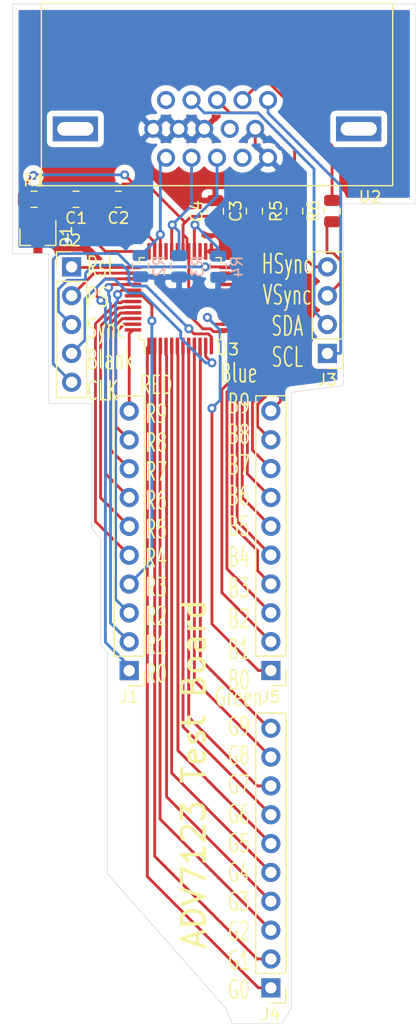
<source format=kicad_pcb>
(kicad_pcb (version 20171130) (host pcbnew 5.1.5)

  (general
    (thickness 1.6)
    (drawings 29)
    (tracks 335)
    (zones 0)
    (modules 18)
    (nets 55)
  )

  (page A4)
  (layers
    (0 F.Cu signal)
    (31 B.Cu signal)
    (32 B.Adhes user)
    (33 F.Adhes user)
    (34 B.Paste user)
    (35 F.Paste user)
    (36 B.SilkS user)
    (37 F.SilkS user)
    (38 B.Mask user)
    (39 F.Mask user)
    (40 Dwgs.User user)
    (41 Cmts.User user)
    (42 Eco1.User user)
    (43 Eco2.User user)
    (44 Edge.Cuts user)
    (45 Margin user)
    (46 B.CrtYd user)
    (47 F.CrtYd user)
    (48 B.Fab user)
    (49 F.Fab user)
  )

  (setup
    (last_trace_width 0.25)
    (trace_clearance 0.2)
    (zone_clearance 0.508)
    (zone_45_only no)
    (trace_min 0.2)
    (via_size 0.8)
    (via_drill 0.4)
    (via_min_size 0.4)
    (via_min_drill 0.3)
    (uvia_size 0.3)
    (uvia_drill 0.1)
    (uvias_allowed no)
    (uvia_min_size 0.2)
    (uvia_min_drill 0.1)
    (edge_width 0.05)
    (segment_width 0.2)
    (pcb_text_width 0.3)
    (pcb_text_size 1.5 1.5)
    (mod_edge_width 0.12)
    (mod_text_size 1 1)
    (mod_text_width 0.15)
    (pad_size 1.524 1.524)
    (pad_drill 0.762)
    (pad_to_mask_clearance 0.051)
    (solder_mask_min_width 0.25)
    (aux_axis_origin 0 0)
    (visible_elements FFFFF77F)
    (pcbplotparams
      (layerselection 0x010fc_ffffffff)
      (usegerberextensions false)
      (usegerberattributes false)
      (usegerberadvancedattributes false)
      (creategerberjobfile false)
      (excludeedgelayer true)
      (linewidth 0.100000)
      (plotframeref false)
      (viasonmask false)
      (mode 1)
      (useauxorigin false)
      (hpglpennumber 1)
      (hpglpenspeed 20)
      (hpglpendiameter 15.000000)
      (psnegative false)
      (psa4output false)
      (plotreference true)
      (plotvalue true)
      (plotinvisibletext false)
      (padsonsilk false)
      (subtractmaskfromsilk false)
      (outputformat 1)
      (mirror false)
      (drillshape 0)
      (scaleselection 1)
      (outputdirectory "Gerber/"))
  )

  (net 0 "")
  (net 1 "Net-(C1-Pad2)")
  (net 2 VSS)
  (net 3 VCC)
  (net 4 "Net-(C2-Pad2)")
  (net 5 "Net-(J1-Pad1)")
  (net 6 "Net-(J1-Pad2)")
  (net 7 "Net-(J1-Pad3)")
  (net 8 "Net-(J1-Pad4)")
  (net 9 "Net-(J1-Pad5)")
  (net 10 "Net-(J1-Pad6)")
  (net 11 "Net-(J1-Pad7)")
  (net 12 "Net-(J1-Pad8)")
  (net 13 "Net-(J1-Pad9)")
  (net 14 "Net-(J1-Pad10)")
  (net 15 PSAVE)
  (net 16 RESET)
  (net 17 SYNC)
  (net 18 BLANK)
  (net 19 CLK)
  (net 20 SDA)
  (net 21 SCL)
  (net 22 HSync)
  (net 23 VSync)
  (net 24 "Net-(J4-Pad10)")
  (net 25 "Net-(J4-Pad9)")
  (net 26 "Net-(J4-Pad8)")
  (net 27 "Net-(J4-Pad7)")
  (net 28 "Net-(J4-Pad6)")
  (net 29 "Net-(J4-Pad5)")
  (net 30 "Net-(J4-Pad4)")
  (net 31 "Net-(J4-Pad3)")
  (net 32 "Net-(J4-Pad2)")
  (net 33 "Net-(J4-Pad1)")
  (net 34 "Net-(J5-Pad1)")
  (net 35 "Net-(J5-Pad2)")
  (net 36 "Net-(J5-Pad3)")
  (net 37 "Net-(J5-Pad4)")
  (net 38 "Net-(J5-Pad5)")
  (net 39 "Net-(J5-Pad6)")
  (net 40 "Net-(J5-Pad7)")
  (net 41 "Net-(J5-Pad8)")
  (net 42 "Net-(J5-Pad9)")
  (net 43 "Net-(J5-Pad10)")
  (net 44 "Net-(R2-Pad2)")
  (net 45 "Net-(R3-Pad2)")
  (net 46 "Net-(R4-Pad2)")
  (net 47 "Net-(R5-Pad2)")
  (net 48 "Net-(R6-Pad2)")
  (net 49 "Net-(U2-Pad9)")
  (net 50 "Net-(U2-Pad11)")
  (net 51 "Net-(U2-Pad4)")
  (net 52 "Net-(U3-Pad27)")
  (net 53 "Net-(U3-Pad31)")
  (net 54 "Net-(U3-Pad33)")

  (net_class Default "This is the default net class."
    (clearance 0.2)
    (trace_width 0.25)
    (via_dia 0.8)
    (via_drill 0.4)
    (uvia_dia 0.3)
    (uvia_drill 0.1)
    (add_net BLANK)
    (add_net CLK)
    (add_net HSync)
    (add_net "Net-(C1-Pad2)")
    (add_net "Net-(C2-Pad2)")
    (add_net "Net-(J1-Pad1)")
    (add_net "Net-(J1-Pad10)")
    (add_net "Net-(J1-Pad2)")
    (add_net "Net-(J1-Pad3)")
    (add_net "Net-(J1-Pad4)")
    (add_net "Net-(J1-Pad5)")
    (add_net "Net-(J1-Pad6)")
    (add_net "Net-(J1-Pad7)")
    (add_net "Net-(J1-Pad8)")
    (add_net "Net-(J1-Pad9)")
    (add_net "Net-(J4-Pad1)")
    (add_net "Net-(J4-Pad10)")
    (add_net "Net-(J4-Pad2)")
    (add_net "Net-(J4-Pad3)")
    (add_net "Net-(J4-Pad4)")
    (add_net "Net-(J4-Pad5)")
    (add_net "Net-(J4-Pad6)")
    (add_net "Net-(J4-Pad7)")
    (add_net "Net-(J4-Pad8)")
    (add_net "Net-(J4-Pad9)")
    (add_net "Net-(J5-Pad1)")
    (add_net "Net-(J5-Pad10)")
    (add_net "Net-(J5-Pad2)")
    (add_net "Net-(J5-Pad3)")
    (add_net "Net-(J5-Pad4)")
    (add_net "Net-(J5-Pad5)")
    (add_net "Net-(J5-Pad6)")
    (add_net "Net-(J5-Pad7)")
    (add_net "Net-(J5-Pad8)")
    (add_net "Net-(J5-Pad9)")
    (add_net "Net-(R2-Pad2)")
    (add_net "Net-(R3-Pad2)")
    (add_net "Net-(R4-Pad2)")
    (add_net "Net-(R5-Pad2)")
    (add_net "Net-(R6-Pad2)")
    (add_net "Net-(U2-Pad11)")
    (add_net "Net-(U2-Pad4)")
    (add_net "Net-(U2-Pad9)")
    (add_net "Net-(U3-Pad27)")
    (add_net "Net-(U3-Pad31)")
    (add_net "Net-(U3-Pad33)")
    (add_net PSAVE)
    (add_net RESET)
    (add_net SCL)
    (add_net SDA)
    (add_net SYNC)
    (add_net VCC)
    (add_net VSS)
    (add_net VSync)
  )

  (module Capacitor_SMD:C_0805_2012Metric (layer F.Cu) (tedit 5B36C52B) (tstamp 5E7DB8A0)
    (at 131.4125 57.4)
    (descr "Capacitor SMD 0805 (2012 Metric), square (rectangular) end terminal, IPC_7351 nominal, (Body size source: https://docs.google.com/spreadsheets/d/1BsfQQcO9C6DZCsRaXUlFlo91Tg2WpOkGARC1WS5S8t0/edit?usp=sharing), generated with kicad-footprint-generator")
    (tags capacitor)
    (path /5E811657)
    (attr smd)
    (fp_text reference C1 (at 0 1.65) (layer F.SilkS)
      (effects (font (size 1 1) (thickness 0.15)))
    )
    (fp_text value 1uF (at 0 1.65) (layer F.Fab)
      (effects (font (size 1 1) (thickness 0.15)))
    )
    (fp_text user %R (at 0 0) (layer F.Fab)
      (effects (font (size 0.5 0.5) (thickness 0.08)))
    )
    (fp_line (start 1.68 0.95) (end -1.68 0.95) (layer F.CrtYd) (width 0.05))
    (fp_line (start 1.68 -0.95) (end 1.68 0.95) (layer F.CrtYd) (width 0.05))
    (fp_line (start -1.68 -0.95) (end 1.68 -0.95) (layer F.CrtYd) (width 0.05))
    (fp_line (start -1.68 0.95) (end -1.68 -0.95) (layer F.CrtYd) (width 0.05))
    (fp_line (start -0.258578 0.71) (end 0.258578 0.71) (layer F.SilkS) (width 0.12))
    (fp_line (start -0.258578 -0.71) (end 0.258578 -0.71) (layer F.SilkS) (width 0.12))
    (fp_line (start 1 0.6) (end -1 0.6) (layer F.Fab) (width 0.1))
    (fp_line (start 1 -0.6) (end 1 0.6) (layer F.Fab) (width 0.1))
    (fp_line (start -1 -0.6) (end 1 -0.6) (layer F.Fab) (width 0.1))
    (fp_line (start -1 0.6) (end -1 -0.6) (layer F.Fab) (width 0.1))
    (pad 2 smd roundrect (at 0.9375 0) (size 0.975 1.4) (layers F.Cu F.Paste F.Mask) (roundrect_rratio 0.25)
      (net 1 "Net-(C1-Pad2)"))
    (pad 1 smd roundrect (at -0.9375 0) (size 0.975 1.4) (layers F.Cu F.Paste F.Mask) (roundrect_rratio 0.25)
      (net 2 VSS))
    (model ${KISYS3DMOD}/Capacitor_SMD.3dshapes/C_0805_2012Metric.wrl
      (at (xyz 0 0 0))
      (scale (xyz 1 1 1))
      (rotate (xyz 0 0 0))
    )
  )

  (module Capacitor_SMD:C_0805_2012Metric (layer F.Cu) (tedit 5B36C52B) (tstamp 5E7DB8B1)
    (at 135.15 57.4)
    (descr "Capacitor SMD 0805 (2012 Metric), square (rectangular) end terminal, IPC_7351 nominal, (Body size source: https://docs.google.com/spreadsheets/d/1BsfQQcO9C6DZCsRaXUlFlo91Tg2WpOkGARC1WS5S8t0/edit?usp=sharing), generated with kicad-footprint-generator")
    (tags capacitor)
    (path /5E8007DA)
    (attr smd)
    (fp_text reference C2 (at 0 1.65) (layer F.SilkS)
      (effects (font (size 1 1) (thickness 0.15)))
    )
    (fp_text value 100nf (at 0 1.65) (layer F.Fab)
      (effects (font (size 1 1) (thickness 0.15)))
    )
    (fp_line (start -1 0.6) (end -1 -0.6) (layer F.Fab) (width 0.1))
    (fp_line (start -1 -0.6) (end 1 -0.6) (layer F.Fab) (width 0.1))
    (fp_line (start 1 -0.6) (end 1 0.6) (layer F.Fab) (width 0.1))
    (fp_line (start 1 0.6) (end -1 0.6) (layer F.Fab) (width 0.1))
    (fp_line (start -0.258578 -0.71) (end 0.258578 -0.71) (layer F.SilkS) (width 0.12))
    (fp_line (start -0.258578 0.71) (end 0.258578 0.71) (layer F.SilkS) (width 0.12))
    (fp_line (start -1.68 0.95) (end -1.68 -0.95) (layer F.CrtYd) (width 0.05))
    (fp_line (start -1.68 -0.95) (end 1.68 -0.95) (layer F.CrtYd) (width 0.05))
    (fp_line (start 1.68 -0.95) (end 1.68 0.95) (layer F.CrtYd) (width 0.05))
    (fp_line (start 1.68 0.95) (end -1.68 0.95) (layer F.CrtYd) (width 0.05))
    (fp_text user %R (at 0 0) (layer F.Fab)
      (effects (font (size 0.5 0.5) (thickness 0.08)))
    )
    (pad 1 smd roundrect (at -0.9375 0) (size 0.975 1.4) (layers F.Cu F.Paste F.Mask) (roundrect_rratio 0.25)
      (net 3 VCC))
    (pad 2 smd roundrect (at 0.9375 0) (size 0.975 1.4) (layers F.Cu F.Paste F.Mask) (roundrect_rratio 0.25)
      (net 4 "Net-(C2-Pad2)"))
    (model ${KISYS3DMOD}/Capacitor_SMD.3dshapes/C_0805_2012Metric.wrl
      (at (xyz 0 0 0))
      (scale (xyz 1 1 1))
      (rotate (xyz 0 0 0))
    )
  )

  (module Capacitor_SMD:C_0805_2012Metric (layer F.Cu) (tedit 5B36C52B) (tstamp 5E7DB8C2)
    (at 147.15 58.4375 90)
    (descr "Capacitor SMD 0805 (2012 Metric), square (rectangular) end terminal, IPC_7351 nominal, (Body size source: https://docs.google.com/spreadsheets/d/1BsfQQcO9C6DZCsRaXUlFlo91Tg2WpOkGARC1WS5S8t0/edit?usp=sharing), generated with kicad-footprint-generator")
    (tags capacitor)
    (path /5E7F847D)
    (attr smd)
    (fp_text reference C3 (at 0 -1.65 90) (layer F.SilkS)
      (effects (font (size 1 1) (thickness 0.15)))
    )
    (fp_text value 100nf (at 0 1.65 90) (layer F.Fab)
      (effects (font (size 1 1) (thickness 0.15)))
    )
    (fp_text user %R (at 0 0 90) (layer F.Fab)
      (effects (font (size 0.5 0.5) (thickness 0.08)))
    )
    (fp_line (start 1.68 0.95) (end -1.68 0.95) (layer F.CrtYd) (width 0.05))
    (fp_line (start 1.68 -0.95) (end 1.68 0.95) (layer F.CrtYd) (width 0.05))
    (fp_line (start -1.68 -0.95) (end 1.68 -0.95) (layer F.CrtYd) (width 0.05))
    (fp_line (start -1.68 0.95) (end -1.68 -0.95) (layer F.CrtYd) (width 0.05))
    (fp_line (start -0.258578 0.71) (end 0.258578 0.71) (layer F.SilkS) (width 0.12))
    (fp_line (start -0.258578 -0.71) (end 0.258578 -0.71) (layer F.SilkS) (width 0.12))
    (fp_line (start 1 0.6) (end -1 0.6) (layer F.Fab) (width 0.1))
    (fp_line (start 1 -0.6) (end 1 0.6) (layer F.Fab) (width 0.1))
    (fp_line (start -1 -0.6) (end 1 -0.6) (layer F.Fab) (width 0.1))
    (fp_line (start -1 0.6) (end -1 -0.6) (layer F.Fab) (width 0.1))
    (pad 2 smd roundrect (at 0.9375 0 90) (size 0.975 1.4) (layers F.Cu F.Paste F.Mask) (roundrect_rratio 0.25)
      (net 2 VSS))
    (pad 1 smd roundrect (at -0.9375 0 90) (size 0.975 1.4) (layers F.Cu F.Paste F.Mask) (roundrect_rratio 0.25)
      (net 3 VCC))
    (model ${KISYS3DMOD}/Capacitor_SMD.3dshapes/C_0805_2012Metric.wrl
      (at (xyz 0 0 0))
      (scale (xyz 1 1 1))
      (rotate (xyz 0 0 0))
    )
  )

  (module Capacitor_SMD:C_0805_2012Metric (layer F.Cu) (tedit 5B36C52B) (tstamp 5E7DB8D3)
    (at 143.7 58.45 90)
    (descr "Capacitor SMD 0805 (2012 Metric), square (rectangular) end terminal, IPC_7351 nominal, (Body size source: https://docs.google.com/spreadsheets/d/1BsfQQcO9C6DZCsRaXUlFlo91Tg2WpOkGARC1WS5S8t0/edit?usp=sharing), generated with kicad-footprint-generator")
    (tags capacitor)
    (path /5E7F927F)
    (attr smd)
    (fp_text reference C4 (at 0 -1.65 90) (layer F.SilkS)
      (effects (font (size 1 1) (thickness 0.15)))
    )
    (fp_text value 10nF (at 0 1.65 90) (layer F.Fab)
      (effects (font (size 1 1) (thickness 0.15)))
    )
    (fp_line (start -1 0.6) (end -1 -0.6) (layer F.Fab) (width 0.1))
    (fp_line (start -1 -0.6) (end 1 -0.6) (layer F.Fab) (width 0.1))
    (fp_line (start 1 -0.6) (end 1 0.6) (layer F.Fab) (width 0.1))
    (fp_line (start 1 0.6) (end -1 0.6) (layer F.Fab) (width 0.1))
    (fp_line (start -0.258578 -0.71) (end 0.258578 -0.71) (layer F.SilkS) (width 0.12))
    (fp_line (start -0.258578 0.71) (end 0.258578 0.71) (layer F.SilkS) (width 0.12))
    (fp_line (start -1.68 0.95) (end -1.68 -0.95) (layer F.CrtYd) (width 0.05))
    (fp_line (start -1.68 -0.95) (end 1.68 -0.95) (layer F.CrtYd) (width 0.05))
    (fp_line (start 1.68 -0.95) (end 1.68 0.95) (layer F.CrtYd) (width 0.05))
    (fp_line (start 1.68 0.95) (end -1.68 0.95) (layer F.CrtYd) (width 0.05))
    (fp_text user %R (at 0 0 90) (layer F.Fab)
      (effects (font (size 0.5 0.5) (thickness 0.08)))
    )
    (pad 1 smd roundrect (at -0.9375 0 90) (size 0.975 1.4) (layers F.Cu F.Paste F.Mask) (roundrect_rratio 0.25)
      (net 3 VCC))
    (pad 2 smd roundrect (at 0.9375 0 90) (size 0.975 1.4) (layers F.Cu F.Paste F.Mask) (roundrect_rratio 0.25)
      (net 2 VSS))
    (model ${KISYS3DMOD}/Capacitor_SMD.3dshapes/C_0805_2012Metric.wrl
      (at (xyz 0 0 0))
      (scale (xyz 1 1 1))
      (rotate (xyz 0 0 0))
    )
  )

  (module Package_TO_SOT_SMD:SOT-23 (layer F.Cu) (tedit 5A02FF57) (tstamp 5E7DB8E8)
    (at 128.05 60.7 270)
    (descr "SOT-23, Standard")
    (tags SOT-23)
    (path /5E829AC2)
    (attr smd)
    (fp_text reference D1 (at 0 -2.5 90) (layer F.SilkS)
      (effects (font (size 1 1) (thickness 0.15)))
    )
    (fp_text value D_Schottky (at 0 2.5 90) (layer F.Fab)
      (effects (font (size 1 1) (thickness 0.15)))
    )
    (fp_text user %R (at 0 0) (layer F.Fab)
      (effects (font (size 0.5 0.5) (thickness 0.075)))
    )
    (fp_line (start -0.7 -0.95) (end -0.7 1.5) (layer F.Fab) (width 0.1))
    (fp_line (start -0.15 -1.52) (end 0.7 -1.52) (layer F.Fab) (width 0.1))
    (fp_line (start -0.7 -0.95) (end -0.15 -1.52) (layer F.Fab) (width 0.1))
    (fp_line (start 0.7 -1.52) (end 0.7 1.52) (layer F.Fab) (width 0.1))
    (fp_line (start -0.7 1.52) (end 0.7 1.52) (layer F.Fab) (width 0.1))
    (fp_line (start 0.76 1.58) (end 0.76 0.65) (layer F.SilkS) (width 0.12))
    (fp_line (start 0.76 -1.58) (end 0.76 -0.65) (layer F.SilkS) (width 0.12))
    (fp_line (start -1.7 -1.75) (end 1.7 -1.75) (layer F.CrtYd) (width 0.05))
    (fp_line (start 1.7 -1.75) (end 1.7 1.75) (layer F.CrtYd) (width 0.05))
    (fp_line (start 1.7 1.75) (end -1.7 1.75) (layer F.CrtYd) (width 0.05))
    (fp_line (start -1.7 1.75) (end -1.7 -1.75) (layer F.CrtYd) (width 0.05))
    (fp_line (start 0.76 -1.58) (end -1.4 -1.58) (layer F.SilkS) (width 0.12))
    (fp_line (start 0.76 1.58) (end -0.7 1.58) (layer F.SilkS) (width 0.12))
    (pad 1 smd rect (at -1 -0.95 270) (size 0.9 0.8) (layers F.Cu F.Paste F.Mask)
      (net 1 "Net-(C1-Pad2)"))
    (pad 2 smd rect (at -1 0.95 270) (size 0.9 0.8) (layers F.Cu F.Paste F.Mask)
      (net 2 VSS))
    (pad 3 smd rect (at 1 0 270) (size 0.9 0.8) (layers F.Cu F.Paste F.Mask))
    (model ${KISYS3DMOD}/Package_TO_SOT_SMD.3dshapes/SOT-23.wrl
      (at (xyz 0 0 0))
      (scale (xyz 1 1 1))
      (rotate (xyz 0 0 0))
    )
  )

  (module Connector_PinHeader_2.54mm:PinHeader_1x10_P2.54mm_Vertical (layer F.Cu) (tedit 59FED5CC) (tstamp 5E7DB906)
    (at 136.1 98.9 180)
    (descr "Through hole straight pin header, 1x10, 2.54mm pitch, single row")
    (tags "Through hole pin header THT 1x10 2.54mm single row")
    (path /5E7DA638)
    (fp_text reference J1 (at 0 -2.33) (layer F.SilkS)
      (effects (font (size 1 1) (thickness 0.15)))
    )
    (fp_text value Red (at 0 25.19) (layer F.Fab)
      (effects (font (size 1 1) (thickness 0.15)))
    )
    (fp_line (start -0.635 -1.27) (end 1.27 -1.27) (layer F.Fab) (width 0.1))
    (fp_line (start 1.27 -1.27) (end 1.27 24.13) (layer F.Fab) (width 0.1))
    (fp_line (start 1.27 24.13) (end -1.27 24.13) (layer F.Fab) (width 0.1))
    (fp_line (start -1.27 24.13) (end -1.27 -0.635) (layer F.Fab) (width 0.1))
    (fp_line (start -1.27 -0.635) (end -0.635 -1.27) (layer F.Fab) (width 0.1))
    (fp_line (start -1.33 24.19) (end 1.33 24.19) (layer F.SilkS) (width 0.12))
    (fp_line (start -1.33 1.27) (end -1.33 24.19) (layer F.SilkS) (width 0.12))
    (fp_line (start 1.33 1.27) (end 1.33 24.19) (layer F.SilkS) (width 0.12))
    (fp_line (start -1.33 1.27) (end 1.33 1.27) (layer F.SilkS) (width 0.12))
    (fp_line (start -1.33 0) (end -1.33 -1.33) (layer F.SilkS) (width 0.12))
    (fp_line (start -1.33 -1.33) (end 0 -1.33) (layer F.SilkS) (width 0.12))
    (fp_line (start -1.8 -1.8) (end -1.8 24.65) (layer F.CrtYd) (width 0.05))
    (fp_line (start -1.8 24.65) (end 1.8 24.65) (layer F.CrtYd) (width 0.05))
    (fp_line (start 1.8 24.65) (end 1.8 -1.8) (layer F.CrtYd) (width 0.05))
    (fp_line (start 1.8 -1.8) (end -1.8 -1.8) (layer F.CrtYd) (width 0.05))
    (fp_text user %R (at 0 11.43 90) (layer F.Fab)
      (effects (font (size 1 1) (thickness 0.15)))
    )
    (pad 1 thru_hole rect (at 0 0 180) (size 1.7 1.7) (drill 1) (layers *.Cu *.Mask)
      (net 5 "Net-(J1-Pad1)"))
    (pad 2 thru_hole oval (at 0 2.54 180) (size 1.7 1.7) (drill 1) (layers *.Cu *.Mask)
      (net 6 "Net-(J1-Pad2)"))
    (pad 3 thru_hole oval (at 0 5.08 180) (size 1.7 1.7) (drill 1) (layers *.Cu *.Mask)
      (net 7 "Net-(J1-Pad3)"))
    (pad 4 thru_hole oval (at 0 7.62 180) (size 1.7 1.7) (drill 1) (layers *.Cu *.Mask)
      (net 8 "Net-(J1-Pad4)"))
    (pad 5 thru_hole oval (at 0 10.16 180) (size 1.7 1.7) (drill 1) (layers *.Cu *.Mask)
      (net 9 "Net-(J1-Pad5)"))
    (pad 6 thru_hole oval (at 0 12.7 180) (size 1.7 1.7) (drill 1) (layers *.Cu *.Mask)
      (net 10 "Net-(J1-Pad6)"))
    (pad 7 thru_hole oval (at 0 15.24 180) (size 1.7 1.7) (drill 1) (layers *.Cu *.Mask)
      (net 11 "Net-(J1-Pad7)"))
    (pad 8 thru_hole oval (at 0 17.78 180) (size 1.7 1.7) (drill 1) (layers *.Cu *.Mask)
      (net 12 "Net-(J1-Pad8)"))
    (pad 9 thru_hole oval (at 0 20.32 180) (size 1.7 1.7) (drill 1) (layers *.Cu *.Mask)
      (net 13 "Net-(J1-Pad9)"))
    (pad 10 thru_hole oval (at 0 22.86 180) (size 1.7 1.7) (drill 1) (layers *.Cu *.Mask)
      (net 14 "Net-(J1-Pad10)"))
    (model ${KISYS3DMOD}/Connector_PinHeader_2.54mm.3dshapes/PinHeader_1x10_P2.54mm_Vertical.wrl
      (at (xyz 0 0 0))
      (scale (xyz 1 1 1))
      (rotate (xyz 0 0 0))
    )
  )

  (module Connector_PinHeader_2.54mm:PinHeader_1x05_P2.54mm_Vertical (layer F.Cu) (tedit 59FED5CC) (tstamp 5E7DB91F)
    (at 131.02 63.35)
    (descr "Through hole straight pin header, 1x05, 2.54mm pitch, single row")
    (tags "Through hole pin header THT 1x05 2.54mm single row")
    (path /5E80538B)
    (fp_text reference J2 (at 0 -2.33) (layer F.SilkS)
      (effects (font (size 1 1) (thickness 0.15)))
    )
    (fp_text value Conn_01x05 (at 0 12.49) (layer F.Fab)
      (effects (font (size 1 1) (thickness 0.15)))
    )
    (fp_line (start -0.635 -1.27) (end 1.27 -1.27) (layer F.Fab) (width 0.1))
    (fp_line (start 1.27 -1.27) (end 1.27 11.43) (layer F.Fab) (width 0.1))
    (fp_line (start 1.27 11.43) (end -1.27 11.43) (layer F.Fab) (width 0.1))
    (fp_line (start -1.27 11.43) (end -1.27 -0.635) (layer F.Fab) (width 0.1))
    (fp_line (start -1.27 -0.635) (end -0.635 -1.27) (layer F.Fab) (width 0.1))
    (fp_line (start -1.33 11.49) (end 1.33 11.49) (layer F.SilkS) (width 0.12))
    (fp_line (start -1.33 1.27) (end -1.33 11.49) (layer F.SilkS) (width 0.12))
    (fp_line (start 1.33 1.27) (end 1.33 11.49) (layer F.SilkS) (width 0.12))
    (fp_line (start -1.33 1.27) (end 1.33 1.27) (layer F.SilkS) (width 0.12))
    (fp_line (start -1.33 0) (end -1.33 -1.33) (layer F.SilkS) (width 0.12))
    (fp_line (start -1.33 -1.33) (end 0 -1.33) (layer F.SilkS) (width 0.12))
    (fp_line (start -1.8 -1.8) (end -1.8 11.95) (layer F.CrtYd) (width 0.05))
    (fp_line (start -1.8 11.95) (end 1.8 11.95) (layer F.CrtYd) (width 0.05))
    (fp_line (start 1.8 11.95) (end 1.8 -1.8) (layer F.CrtYd) (width 0.05))
    (fp_line (start 1.8 -1.8) (end -1.8 -1.8) (layer F.CrtYd) (width 0.05))
    (fp_text user %R (at 0 5.08 90) (layer F.Fab)
      (effects (font (size 1 1) (thickness 0.15)))
    )
    (pad 1 thru_hole rect (at 0 0) (size 1.7 1.7) (drill 1) (layers *.Cu *.Mask)
      (net 16 RESET))
    (pad 2 thru_hole oval (at 0 2.54) (size 1.7 1.7) (drill 1) (layers *.Cu *.Mask)
      (net 15 PSAVE))
    (pad 3 thru_hole oval (at 0 5.08) (size 1.7 1.7) (drill 1) (layers *.Cu *.Mask)
      (net 17 SYNC))
    (pad 4 thru_hole oval (at 0 7.62) (size 1.7 1.7) (drill 1) (layers *.Cu *.Mask)
      (net 18 BLANK))
    (pad 5 thru_hole oval (at 0 10.16) (size 1.7 1.7) (drill 1) (layers *.Cu *.Mask)
      (net 19 CLK))
    (model ${KISYS3DMOD}/Connector_PinHeader_2.54mm.3dshapes/PinHeader_1x05_P2.54mm_Vertical.wrl
      (at (xyz 0 0 0))
      (scale (xyz 1 1 1))
      (rotate (xyz 0 0 0))
    )
  )

  (module Connector_PinHeader_2.54mm:PinHeader_1x04_P2.54mm_Vertical (layer F.Cu) (tedit 59FED5CC) (tstamp 5E7DF0A1)
    (at 153.585 70.97 180)
    (descr "Through hole straight pin header, 1x04, 2.54mm pitch, single row")
    (tags "Through hole pin header THT 1x04 2.54mm single row")
    (path /5E7E9370)
    (fp_text reference J3 (at 0 -2.33) (layer F.SilkS)
      (effects (font (size 1 1) (thickness 0.15)))
    )
    (fp_text value Conn_01x04 (at 0 9.95) (layer F.Fab)
      (effects (font (size 1 1) (thickness 0.15)))
    )
    (fp_line (start -0.635 -1.27) (end 1.27 -1.27) (layer F.Fab) (width 0.1))
    (fp_line (start 1.27 -1.27) (end 1.27 8.89) (layer F.Fab) (width 0.1))
    (fp_line (start 1.27 8.89) (end -1.27 8.89) (layer F.Fab) (width 0.1))
    (fp_line (start -1.27 8.89) (end -1.27 -0.635) (layer F.Fab) (width 0.1))
    (fp_line (start -1.27 -0.635) (end -0.635 -1.27) (layer F.Fab) (width 0.1))
    (fp_line (start -1.33 8.95) (end 1.33 8.95) (layer F.SilkS) (width 0.12))
    (fp_line (start -1.33 1.27) (end -1.33 8.95) (layer F.SilkS) (width 0.12))
    (fp_line (start 1.33 1.27) (end 1.33 8.95) (layer F.SilkS) (width 0.12))
    (fp_line (start -1.33 1.27) (end 1.33 1.27) (layer F.SilkS) (width 0.12))
    (fp_line (start -1.33 0) (end -1.33 -1.33) (layer F.SilkS) (width 0.12))
    (fp_line (start -1.33 -1.33) (end 0 -1.33) (layer F.SilkS) (width 0.12))
    (fp_line (start -1.8 -1.8) (end -1.8 9.4) (layer F.CrtYd) (width 0.05))
    (fp_line (start -1.8 9.4) (end 1.8 9.4) (layer F.CrtYd) (width 0.05))
    (fp_line (start 1.8 9.4) (end 1.8 -1.8) (layer F.CrtYd) (width 0.05))
    (fp_line (start 1.8 -1.8) (end -1.8 -1.8) (layer F.CrtYd) (width 0.05))
    (fp_text user %R (at 0 3.81 90) (layer F.Fab)
      (effects (font (size 1 1) (thickness 0.15)))
    )
    (pad 1 thru_hole rect (at 0 0 180) (size 1.7 1.7) (drill 1) (layers *.Cu *.Mask)
      (net 21 SCL))
    (pad 2 thru_hole oval (at 0 2.54 180) (size 1.7 1.7) (drill 1) (layers *.Cu *.Mask)
      (net 20 SDA))
    (pad 3 thru_hole oval (at 0 5.08 180) (size 1.7 1.7) (drill 1) (layers *.Cu *.Mask)
      (net 23 VSync))
    (pad 4 thru_hole oval (at 0 7.62 180) (size 1.7 1.7) (drill 1) (layers *.Cu *.Mask)
      (net 22 HSync))
    (model ${KISYS3DMOD}/Connector_PinHeader_2.54mm.3dshapes/PinHeader_1x04_P2.54mm_Vertical.wrl
      (at (xyz 0 0 0))
      (scale (xyz 1 1 1))
      (rotate (xyz 0 0 0))
    )
  )

  (module Connector_PinHeader_2.54mm:PinHeader_1x10_P2.54mm_Vertical (layer F.Cu) (tedit 59FED5CC) (tstamp 5E7DB955)
    (at 148.6 126.83 180)
    (descr "Through hole straight pin header, 1x10, 2.54mm pitch, single row")
    (tags "Through hole pin header THT 1x10 2.54mm single row")
    (path /5E7DD3CE)
    (fp_text reference J4 (at 0 -2.33) (layer F.SilkS)
      (effects (font (size 1 1) (thickness 0.15)))
    )
    (fp_text value Green (at 0 25.19) (layer F.Fab)
      (effects (font (size 1 1) (thickness 0.15)))
    )
    (fp_text user %R (at 0 11.43 90) (layer F.Fab)
      (effects (font (size 1 1) (thickness 0.15)))
    )
    (fp_line (start 1.8 -1.8) (end -1.8 -1.8) (layer F.CrtYd) (width 0.05))
    (fp_line (start 1.8 24.65) (end 1.8 -1.8) (layer F.CrtYd) (width 0.05))
    (fp_line (start -1.8 24.65) (end 1.8 24.65) (layer F.CrtYd) (width 0.05))
    (fp_line (start -1.8 -1.8) (end -1.8 24.65) (layer F.CrtYd) (width 0.05))
    (fp_line (start -1.33 -1.33) (end 0 -1.33) (layer F.SilkS) (width 0.12))
    (fp_line (start -1.33 0) (end -1.33 -1.33) (layer F.SilkS) (width 0.12))
    (fp_line (start -1.33 1.27) (end 1.33 1.27) (layer F.SilkS) (width 0.12))
    (fp_line (start 1.33 1.27) (end 1.33 24.19) (layer F.SilkS) (width 0.12))
    (fp_line (start -1.33 1.27) (end -1.33 24.19) (layer F.SilkS) (width 0.12))
    (fp_line (start -1.33 24.19) (end 1.33 24.19) (layer F.SilkS) (width 0.12))
    (fp_line (start -1.27 -0.635) (end -0.635 -1.27) (layer F.Fab) (width 0.1))
    (fp_line (start -1.27 24.13) (end -1.27 -0.635) (layer F.Fab) (width 0.1))
    (fp_line (start 1.27 24.13) (end -1.27 24.13) (layer F.Fab) (width 0.1))
    (fp_line (start 1.27 -1.27) (end 1.27 24.13) (layer F.Fab) (width 0.1))
    (fp_line (start -0.635 -1.27) (end 1.27 -1.27) (layer F.Fab) (width 0.1))
    (pad 10 thru_hole oval (at 0 22.86 180) (size 1.7 1.7) (drill 1) (layers *.Cu *.Mask)
      (net 24 "Net-(J4-Pad10)"))
    (pad 9 thru_hole oval (at 0 20.32 180) (size 1.7 1.7) (drill 1) (layers *.Cu *.Mask)
      (net 25 "Net-(J4-Pad9)"))
    (pad 8 thru_hole oval (at 0 17.78 180) (size 1.7 1.7) (drill 1) (layers *.Cu *.Mask)
      (net 26 "Net-(J4-Pad8)"))
    (pad 7 thru_hole oval (at 0 15.24 180) (size 1.7 1.7) (drill 1) (layers *.Cu *.Mask)
      (net 27 "Net-(J4-Pad7)"))
    (pad 6 thru_hole oval (at 0 12.7 180) (size 1.7 1.7) (drill 1) (layers *.Cu *.Mask)
      (net 28 "Net-(J4-Pad6)"))
    (pad 5 thru_hole oval (at 0 10.16 180) (size 1.7 1.7) (drill 1) (layers *.Cu *.Mask)
      (net 29 "Net-(J4-Pad5)"))
    (pad 4 thru_hole oval (at 0 7.62 180) (size 1.7 1.7) (drill 1) (layers *.Cu *.Mask)
      (net 30 "Net-(J4-Pad4)"))
    (pad 3 thru_hole oval (at 0 5.08 180) (size 1.7 1.7) (drill 1) (layers *.Cu *.Mask)
      (net 31 "Net-(J4-Pad3)"))
    (pad 2 thru_hole oval (at 0 2.54 180) (size 1.7 1.7) (drill 1) (layers *.Cu *.Mask)
      (net 32 "Net-(J4-Pad2)"))
    (pad 1 thru_hole rect (at 0 0 180) (size 1.7 1.7) (drill 1) (layers *.Cu *.Mask)
      (net 33 "Net-(J4-Pad1)"))
    (model ${KISYS3DMOD}/Connector_PinHeader_2.54mm.3dshapes/PinHeader_1x10_P2.54mm_Vertical.wrl
      (at (xyz 0 0 0))
      (scale (xyz 1 1 1))
      (rotate (xyz 0 0 0))
    )
  )

  (module Connector_PinHeader_2.54mm:PinHeader_1x10_P2.54mm_Vertical (layer F.Cu) (tedit 59FED5CC) (tstamp 5E7DB973)
    (at 148.6 98.89 180)
    (descr "Through hole straight pin header, 1x10, 2.54mm pitch, single row")
    (tags "Through hole pin header THT 1x10 2.54mm single row")
    (path /5E7DF7FD)
    (fp_text reference J5 (at 0 -2.33) (layer F.SilkS)
      (effects (font (size 1 1) (thickness 0.15)))
    )
    (fp_text value Blue (at 0 25.19) (layer F.Fab)
      (effects (font (size 1 1) (thickness 0.15)))
    )
    (fp_line (start -0.635 -1.27) (end 1.27 -1.27) (layer F.Fab) (width 0.1))
    (fp_line (start 1.27 -1.27) (end 1.27 24.13) (layer F.Fab) (width 0.1))
    (fp_line (start 1.27 24.13) (end -1.27 24.13) (layer F.Fab) (width 0.1))
    (fp_line (start -1.27 24.13) (end -1.27 -0.635) (layer F.Fab) (width 0.1))
    (fp_line (start -1.27 -0.635) (end -0.635 -1.27) (layer F.Fab) (width 0.1))
    (fp_line (start -1.33 24.19) (end 1.33 24.19) (layer F.SilkS) (width 0.12))
    (fp_line (start -1.33 1.27) (end -1.33 24.19) (layer F.SilkS) (width 0.12))
    (fp_line (start 1.33 1.27) (end 1.33 24.19) (layer F.SilkS) (width 0.12))
    (fp_line (start -1.33 1.27) (end 1.33 1.27) (layer F.SilkS) (width 0.12))
    (fp_line (start -1.33 0) (end -1.33 -1.33) (layer F.SilkS) (width 0.12))
    (fp_line (start -1.33 -1.33) (end 0 -1.33) (layer F.SilkS) (width 0.12))
    (fp_line (start -1.8 -1.8) (end -1.8 24.65) (layer F.CrtYd) (width 0.05))
    (fp_line (start -1.8 24.65) (end 1.8 24.65) (layer F.CrtYd) (width 0.05))
    (fp_line (start 1.8 24.65) (end 1.8 -1.8) (layer F.CrtYd) (width 0.05))
    (fp_line (start 1.8 -1.8) (end -1.8 -1.8) (layer F.CrtYd) (width 0.05))
    (fp_text user %R (at 0 11.43 90) (layer F.Fab)
      (effects (font (size 1 1) (thickness 0.15)))
    )
    (pad 1 thru_hole rect (at 0 0 180) (size 1.7 1.7) (drill 1) (layers *.Cu *.Mask)
      (net 34 "Net-(J5-Pad1)"))
    (pad 2 thru_hole oval (at 0 2.54 180) (size 1.7 1.7) (drill 1) (layers *.Cu *.Mask)
      (net 35 "Net-(J5-Pad2)"))
    (pad 3 thru_hole oval (at 0 5.08 180) (size 1.7 1.7) (drill 1) (layers *.Cu *.Mask)
      (net 36 "Net-(J5-Pad3)"))
    (pad 4 thru_hole oval (at 0 7.62 180) (size 1.7 1.7) (drill 1) (layers *.Cu *.Mask)
      (net 37 "Net-(J5-Pad4)"))
    (pad 5 thru_hole oval (at 0 10.16 180) (size 1.7 1.7) (drill 1) (layers *.Cu *.Mask)
      (net 38 "Net-(J5-Pad5)"))
    (pad 6 thru_hole oval (at 0 12.7 180) (size 1.7 1.7) (drill 1) (layers *.Cu *.Mask)
      (net 39 "Net-(J5-Pad6)"))
    (pad 7 thru_hole oval (at 0 15.24 180) (size 1.7 1.7) (drill 1) (layers *.Cu *.Mask)
      (net 40 "Net-(J5-Pad7)"))
    (pad 8 thru_hole oval (at 0 17.78 180) (size 1.7 1.7) (drill 1) (layers *.Cu *.Mask)
      (net 41 "Net-(J5-Pad8)"))
    (pad 9 thru_hole oval (at 0 20.32 180) (size 1.7 1.7) (drill 1) (layers *.Cu *.Mask)
      (net 42 "Net-(J5-Pad9)"))
    (pad 10 thru_hole oval (at 0 22.86 180) (size 1.7 1.7) (drill 1) (layers *.Cu *.Mask)
      (net 43 "Net-(J5-Pad10)"))
    (model ${KISYS3DMOD}/Connector_PinHeader_2.54mm.3dshapes/PinHeader_1x10_P2.54mm_Vertical.wrl
      (at (xyz 0 0 0))
      (scale (xyz 1 1 1))
      (rotate (xyz 0 0 0))
    )
  )

  (module Resistor_SMD:R_0805_2012Metric (layer F.Cu) (tedit 5B36C52B) (tstamp 5E7DB984)
    (at 127.7125 57.4)
    (descr "Resistor SMD 0805 (2012 Metric), square (rectangular) end terminal, IPC_7351 nominal, (Body size source: https://docs.google.com/spreadsheets/d/1BsfQQcO9C6DZCsRaXUlFlo91Tg2WpOkGARC1WS5S8t0/edit?usp=sharing), generated with kicad-footprint-generator")
    (tags resistor)
    (path /5E810E10)
    (attr smd)
    (fp_text reference R1 (at 0 -1.65) (layer F.SilkS)
      (effects (font (size 1 1) (thickness 0.15)))
    )
    (fp_text value 1kOhm (at 0 1.65) (layer F.Fab)
      (effects (font (size 1 1) (thickness 0.15)))
    )
    (fp_text user %R (at 0 0) (layer F.Fab)
      (effects (font (size 0.5 0.5) (thickness 0.08)))
    )
    (fp_line (start 1.68 0.95) (end -1.68 0.95) (layer F.CrtYd) (width 0.05))
    (fp_line (start 1.68 -0.95) (end 1.68 0.95) (layer F.CrtYd) (width 0.05))
    (fp_line (start -1.68 -0.95) (end 1.68 -0.95) (layer F.CrtYd) (width 0.05))
    (fp_line (start -1.68 0.95) (end -1.68 -0.95) (layer F.CrtYd) (width 0.05))
    (fp_line (start -0.258578 0.71) (end 0.258578 0.71) (layer F.SilkS) (width 0.12))
    (fp_line (start -0.258578 -0.71) (end 0.258578 -0.71) (layer F.SilkS) (width 0.12))
    (fp_line (start 1 0.6) (end -1 0.6) (layer F.Fab) (width 0.1))
    (fp_line (start 1 -0.6) (end 1 0.6) (layer F.Fab) (width 0.1))
    (fp_line (start -1 -0.6) (end 1 -0.6) (layer F.Fab) (width 0.1))
    (fp_line (start -1 0.6) (end -1 -0.6) (layer F.Fab) (width 0.1))
    (pad 2 smd roundrect (at 0.9375 0) (size 0.975 1.4) (layers F.Cu F.Paste F.Mask) (roundrect_rratio 0.25)
      (net 1 "Net-(C1-Pad2)"))
    (pad 1 smd roundrect (at -0.9375 0) (size 0.975 1.4) (layers F.Cu F.Paste F.Mask) (roundrect_rratio 0.25)
      (net 3 VCC))
    (model ${KISYS3DMOD}/Resistor_SMD.3dshapes/R_0805_2012Metric.wrl
      (at (xyz 0 0 0))
      (scale (xyz 1 1 1))
      (rotate (xyz 0 0 0))
    )
  )

  (module Resistor_SMD:R_0805_2012Metric (layer B.Cu) (tedit 5B36C52B) (tstamp 5E7DB995)
    (at 137.1 63.2875 90)
    (descr "Resistor SMD 0805 (2012 Metric), square (rectangular) end terminal, IPC_7351 nominal, (Body size source: https://docs.google.com/spreadsheets/d/1BsfQQcO9C6DZCsRaXUlFlo91Tg2WpOkGARC1WS5S8t0/edit?usp=sharing), generated with kicad-footprint-generator")
    (tags resistor)
    (path /5E7D78FF)
    (attr smd)
    (fp_text reference R2 (at 0 1.65 90) (layer B.SilkS)
      (effects (font (size 1 1) (thickness 0.15)) (justify mirror))
    )
    (fp_text value 75Ohm (at 0 -1.65 90) (layer B.Fab)
      (effects (font (size 1 1) (thickness 0.15)) (justify mirror))
    )
    (fp_line (start -1 -0.6) (end -1 0.6) (layer B.Fab) (width 0.1))
    (fp_line (start -1 0.6) (end 1 0.6) (layer B.Fab) (width 0.1))
    (fp_line (start 1 0.6) (end 1 -0.6) (layer B.Fab) (width 0.1))
    (fp_line (start 1 -0.6) (end -1 -0.6) (layer B.Fab) (width 0.1))
    (fp_line (start -0.258578 0.71) (end 0.258578 0.71) (layer B.SilkS) (width 0.12))
    (fp_line (start -0.258578 -0.71) (end 0.258578 -0.71) (layer B.SilkS) (width 0.12))
    (fp_line (start -1.68 -0.95) (end -1.68 0.95) (layer B.CrtYd) (width 0.05))
    (fp_line (start -1.68 0.95) (end 1.68 0.95) (layer B.CrtYd) (width 0.05))
    (fp_line (start 1.68 0.95) (end 1.68 -0.95) (layer B.CrtYd) (width 0.05))
    (fp_line (start 1.68 -0.95) (end -1.68 -0.95) (layer B.CrtYd) (width 0.05))
    (fp_text user %R (at 0 0 90) (layer B.Fab)
      (effects (font (size 0.5 0.5) (thickness 0.08)) (justify mirror))
    )
    (pad 1 smd roundrect (at -0.9375 0 90) (size 0.975 1.4) (layers B.Cu B.Paste B.Mask) (roundrect_rratio 0.25)
      (net 2 VSS))
    (pad 2 smd roundrect (at 0.9375 0 90) (size 0.975 1.4) (layers B.Cu B.Paste B.Mask) (roundrect_rratio 0.25)
      (net 44 "Net-(R2-Pad2)"))
    (model ${KISYS3DMOD}/Resistor_SMD.3dshapes/R_0805_2012Metric.wrl
      (at (xyz 0 0 0))
      (scale (xyz 1 1 1))
      (rotate (xyz 0 0 0))
    )
  )

  (module Resistor_SMD:R_0805_2012Metric (layer B.Cu) (tedit 5B36C52B) (tstamp 5E7DB9A6)
    (at 140.5 63.3 90)
    (descr "Resistor SMD 0805 (2012 Metric), square (rectangular) end terminal, IPC_7351 nominal, (Body size source: https://docs.google.com/spreadsheets/d/1BsfQQcO9C6DZCsRaXUlFlo91Tg2WpOkGARC1WS5S8t0/edit?usp=sharing), generated with kicad-footprint-generator")
    (tags resistor)
    (path /5E7D70A2)
    (attr smd)
    (fp_text reference R3 (at 0 1.65 90) (layer B.SilkS)
      (effects (font (size 1 1) (thickness 0.15)) (justify mirror))
    )
    (fp_text value 75Ohm (at 0 -1.65 90) (layer B.Fab)
      (effects (font (size 1 1) (thickness 0.15)) (justify mirror))
    )
    (fp_text user %R (at 0 0 90) (layer B.Fab)
      (effects (font (size 0.5 0.5) (thickness 0.08)) (justify mirror))
    )
    (fp_line (start 1.68 -0.95) (end -1.68 -0.95) (layer B.CrtYd) (width 0.05))
    (fp_line (start 1.68 0.95) (end 1.68 -0.95) (layer B.CrtYd) (width 0.05))
    (fp_line (start -1.68 0.95) (end 1.68 0.95) (layer B.CrtYd) (width 0.05))
    (fp_line (start -1.68 -0.95) (end -1.68 0.95) (layer B.CrtYd) (width 0.05))
    (fp_line (start -0.258578 -0.71) (end 0.258578 -0.71) (layer B.SilkS) (width 0.12))
    (fp_line (start -0.258578 0.71) (end 0.258578 0.71) (layer B.SilkS) (width 0.12))
    (fp_line (start 1 -0.6) (end -1 -0.6) (layer B.Fab) (width 0.1))
    (fp_line (start 1 0.6) (end 1 -0.6) (layer B.Fab) (width 0.1))
    (fp_line (start -1 0.6) (end 1 0.6) (layer B.Fab) (width 0.1))
    (fp_line (start -1 -0.6) (end -1 0.6) (layer B.Fab) (width 0.1))
    (pad 2 smd roundrect (at 0.9375 0 90) (size 0.975 1.4) (layers B.Cu B.Paste B.Mask) (roundrect_rratio 0.25)
      (net 45 "Net-(R3-Pad2)"))
    (pad 1 smd roundrect (at -0.9375 0 90) (size 0.975 1.4) (layers B.Cu B.Paste B.Mask) (roundrect_rratio 0.25)
      (net 2 VSS))
    (model ${KISYS3DMOD}/Resistor_SMD.3dshapes/R_0805_2012Metric.wrl
      (at (xyz 0 0 0))
      (scale (xyz 1 1 1))
      (rotate (xyz 0 0 0))
    )
  )

  (module Resistor_SMD:R_0805_2012Metric (layer B.Cu) (tedit 5B36C52B) (tstamp 5E7DB9B7)
    (at 143.95 63.3375 90)
    (descr "Resistor SMD 0805 (2012 Metric), square (rectangular) end terminal, IPC_7351 nominal, (Body size source: https://docs.google.com/spreadsheets/d/1BsfQQcO9C6DZCsRaXUlFlo91Tg2WpOkGARC1WS5S8t0/edit?usp=sharing), generated with kicad-footprint-generator")
    (tags resistor)
    (path /5E7D63BD)
    (attr smd)
    (fp_text reference R4 (at 0 1.65 90) (layer B.SilkS)
      (effects (font (size 1 1) (thickness 0.15)) (justify mirror))
    )
    (fp_text value 75Ohm (at 0 -1.65 90) (layer B.Fab)
      (effects (font (size 1 1) (thickness 0.15)) (justify mirror))
    )
    (fp_line (start -1 -0.6) (end -1 0.6) (layer B.Fab) (width 0.1))
    (fp_line (start -1 0.6) (end 1 0.6) (layer B.Fab) (width 0.1))
    (fp_line (start 1 0.6) (end 1 -0.6) (layer B.Fab) (width 0.1))
    (fp_line (start 1 -0.6) (end -1 -0.6) (layer B.Fab) (width 0.1))
    (fp_line (start -0.258578 0.71) (end 0.258578 0.71) (layer B.SilkS) (width 0.12))
    (fp_line (start -0.258578 -0.71) (end 0.258578 -0.71) (layer B.SilkS) (width 0.12))
    (fp_line (start -1.68 -0.95) (end -1.68 0.95) (layer B.CrtYd) (width 0.05))
    (fp_line (start -1.68 0.95) (end 1.68 0.95) (layer B.CrtYd) (width 0.05))
    (fp_line (start 1.68 0.95) (end 1.68 -0.95) (layer B.CrtYd) (width 0.05))
    (fp_line (start 1.68 -0.95) (end -1.68 -0.95) (layer B.CrtYd) (width 0.05))
    (fp_text user %R (at 0 0 90) (layer B.Fab)
      (effects (font (size 0.5 0.5) (thickness 0.08)) (justify mirror))
    )
    (pad 1 smd roundrect (at -0.9375 0 90) (size 0.975 1.4) (layers B.Cu B.Paste B.Mask) (roundrect_rratio 0.25)
      (net 2 VSS))
    (pad 2 smd roundrect (at 0.9375 0 90) (size 0.975 1.4) (layers B.Cu B.Paste B.Mask) (roundrect_rratio 0.25)
      (net 46 "Net-(R4-Pad2)"))
    (model ${KISYS3DMOD}/Resistor_SMD.3dshapes/R_0805_2012Metric.wrl
      (at (xyz 0 0 0))
      (scale (xyz 1 1 1))
      (rotate (xyz 0 0 0))
    )
  )

  (module Resistor_SMD:R_0805_2012Metric (layer F.Cu) (tedit 5B36C52B) (tstamp 5E7DB9C8)
    (at 150.7 58.4375 90)
    (descr "Resistor SMD 0805 (2012 Metric), square (rectangular) end terminal, IPC_7351 nominal, (Body size source: https://docs.google.com/spreadsheets/d/1BsfQQcO9C6DZCsRaXUlFlo91Tg2WpOkGARC1WS5S8t0/edit?usp=sharing), generated with kicad-footprint-generator")
    (tags resistor)
    (path /5E7D8500)
    (attr smd)
    (fp_text reference R5 (at 0 -1.65 90) (layer F.SilkS)
      (effects (font (size 1 1) (thickness 0.15)))
    )
    (fp_text value 47 (at 0 1.65 90) (layer F.Fab)
      (effects (font (size 1 1) (thickness 0.15)))
    )
    (fp_text user %R (at 0 0 90) (layer F.Fab)
      (effects (font (size 0.5 0.5) (thickness 0.08)))
    )
    (fp_line (start 1.68 0.95) (end -1.68 0.95) (layer F.CrtYd) (width 0.05))
    (fp_line (start 1.68 -0.95) (end 1.68 0.95) (layer F.CrtYd) (width 0.05))
    (fp_line (start -1.68 -0.95) (end 1.68 -0.95) (layer F.CrtYd) (width 0.05))
    (fp_line (start -1.68 0.95) (end -1.68 -0.95) (layer F.CrtYd) (width 0.05))
    (fp_line (start -0.258578 0.71) (end 0.258578 0.71) (layer F.SilkS) (width 0.12))
    (fp_line (start -0.258578 -0.71) (end 0.258578 -0.71) (layer F.SilkS) (width 0.12))
    (fp_line (start 1 0.6) (end -1 0.6) (layer F.Fab) (width 0.1))
    (fp_line (start 1 -0.6) (end 1 0.6) (layer F.Fab) (width 0.1))
    (fp_line (start -1 -0.6) (end 1 -0.6) (layer F.Fab) (width 0.1))
    (fp_line (start -1 0.6) (end -1 -0.6) (layer F.Fab) (width 0.1))
    (pad 2 smd roundrect (at 0.9375 0 90) (size 0.975 1.4) (layers F.Cu F.Paste F.Mask) (roundrect_rratio 0.25)
      (net 47 "Net-(R5-Pad2)"))
    (pad 1 smd roundrect (at -0.9375 0 90) (size 0.975 1.4) (layers F.Cu F.Paste F.Mask) (roundrect_rratio 0.25)
      (net 22 HSync))
    (model ${KISYS3DMOD}/Resistor_SMD.3dshapes/R_0805_2012Metric.wrl
      (at (xyz 0 0 0))
      (scale (xyz 1 1 1))
      (rotate (xyz 0 0 0))
    )
  )

  (module Resistor_SMD:R_0805_2012Metric (layer F.Cu) (tedit 5B36C52B) (tstamp 5E7DB9D9)
    (at 154 58.4375 90)
    (descr "Resistor SMD 0805 (2012 Metric), square (rectangular) end terminal, IPC_7351 nominal, (Body size source: https://docs.google.com/spreadsheets/d/1BsfQQcO9C6DZCsRaXUlFlo91Tg2WpOkGARC1WS5S8t0/edit?usp=sharing), generated with kicad-footprint-generator")
    (tags resistor)
    (path /5E7D94D7)
    (attr smd)
    (fp_text reference R6 (at 0 -1.65 90) (layer F.SilkS)
      (effects (font (size 1 1) (thickness 0.15)))
    )
    (fp_text value 47 (at 0 1.65 90) (layer F.Fab)
      (effects (font (size 1 1) (thickness 0.15)))
    )
    (fp_line (start -1 0.6) (end -1 -0.6) (layer F.Fab) (width 0.1))
    (fp_line (start -1 -0.6) (end 1 -0.6) (layer F.Fab) (width 0.1))
    (fp_line (start 1 -0.6) (end 1 0.6) (layer F.Fab) (width 0.1))
    (fp_line (start 1 0.6) (end -1 0.6) (layer F.Fab) (width 0.1))
    (fp_line (start -0.258578 -0.71) (end 0.258578 -0.71) (layer F.SilkS) (width 0.12))
    (fp_line (start -0.258578 0.71) (end 0.258578 0.71) (layer F.SilkS) (width 0.12))
    (fp_line (start -1.68 0.95) (end -1.68 -0.95) (layer F.CrtYd) (width 0.05))
    (fp_line (start -1.68 -0.95) (end 1.68 -0.95) (layer F.CrtYd) (width 0.05))
    (fp_line (start 1.68 -0.95) (end 1.68 0.95) (layer F.CrtYd) (width 0.05))
    (fp_line (start 1.68 0.95) (end -1.68 0.95) (layer F.CrtYd) (width 0.05))
    (fp_text user %R (at 0 0 90) (layer F.Fab)
      (effects (font (size 0.5 0.5) (thickness 0.08)))
    )
    (pad 1 smd roundrect (at -0.9375 0 90) (size 0.975 1.4) (layers F.Cu F.Paste F.Mask) (roundrect_rratio 0.25)
      (net 23 VSync))
    (pad 2 smd roundrect (at 0.9375 0 90) (size 0.975 1.4) (layers F.Cu F.Paste F.Mask) (roundrect_rratio 0.25)
      (net 48 "Net-(R6-Pad2)"))
    (model ${KISYS3DMOD}/Resistor_SMD.3dshapes/R_0805_2012Metric.wrl
      (at (xyz 0 0 0))
      (scale (xyz 1 1 1))
      (rotate (xyz 0 0 0))
    )
  )

  (module ADV7123:VGA-002 (layer F.Cu) (tedit 5E7D4CFC) (tstamp 5E7DB9F5)
    (at 143.85 51.2 180)
    (path /5E7D2822)
    (fp_text reference U2 (at -13.5 -6) (layer F.SilkS)
      (effects (font (size 1 1) (thickness 0.15)))
    )
    (fp_text value VGA (at 0 -6.35) (layer F.Fab)
      (effects (font (size 1 1) (thickness 0.15)))
    )
    (fp_line (start 15.5 11.05) (end -15.5 11.05) (layer F.SilkS) (width 0.12))
    (fp_line (start 15.5 -5) (end -15.5 -5) (layer F.SilkS) (width 0.12))
    (fp_line (start -15.5 -5) (end -15.5 11.05) (layer F.SilkS) (width 0.12))
    (fp_line (start -15.5 11.05) (end -15.5 11) (layer F.SilkS) (width 0.12))
    (fp_line (start -15.5 11) (end -15.5 11.05) (layer F.SilkS) (width 0.12))
    (fp_line (start 15.5 11.05) (end 15.5 -5) (layer F.SilkS) (width 0.12))
    (fp_text user "PCB Edge" (at 0 10.5) (layer F.Fab)
      (effects (font (size 1 1) (thickness 0.15)))
    )
    (pad "" thru_hole rect (at -12.5 0 180) (size 4 2.2) (drill oval 3.2 1.2) (layers *.Cu *.Mask))
    (pad "" thru_hole rect (at 12.5 0 180) (size 4 2.2) (drill oval 3.2 1.2) (layers *.Cu *.Mask))
    (pad 8 thru_hole circle (at 1.125 0 180) (size 1.6 1.6) (drill 1) (layers *.Cu *.Mask)
      (net 2 VSS))
    (pad 9 thru_hole circle (at -1.125 0 180) (size 1.6 1.6) (drill 1) (layers *.Cu *.Mask)
      (net 49 "Net-(U2-Pad9)"))
    (pad 6 thru_hole circle (at 5.625 0 180) (size 1.6 1.6) (drill 1) (layers *.Cu *.Mask)
      (net 2 VSS))
    (pad 7 thru_hole circle (at 3.375 0 180) (size 1.6 1.6) (drill 1) (layers *.Cu *.Mask)
      (net 2 VSS))
    (pad 10 thru_hole circle (at -3.375 0 180) (size 1.6 1.6) (drill 1) (layers *.Cu *.Mask)
      (net 2 VSS))
    (pad 14 thru_hole circle (at -2.25 2.54 180) (size 1.6 1.6) (drill 1) (layers *.Cu *.Mask)
      (net 48 "Net-(R6-Pad2)"))
    (pad 12 thru_hole circle (at 2.25 2.54 180) (size 1.6 1.6) (drill 1) (layers *.Cu *.Mask)
      (net 20 SDA))
    (pad 15 thru_hole circle (at -4.5 2.54 180) (size 1.6 1.6) (drill 1) (layers *.Cu *.Mask)
      (net 21 SCL))
    (pad 11 thru_hole circle (at 4.5 2.54 180) (size 1.6 1.6) (drill 1) (layers *.Cu *.Mask)
      (net 50 "Net-(U2-Pad11)"))
    (pad 13 thru_hole circle (at 0 2.54 180) (size 1.6 1.6) (drill 1) (layers *.Cu *.Mask)
      (net 47 "Net-(R5-Pad2)"))
    (pad 2 thru_hole circle (at 2.25 -2.54 180) (size 1.6 1.6) (drill 1) (layers *.Cu *.Mask)
      (net 45 "Net-(R3-Pad2)"))
    (pad 1 thru_hole circle (at 4.5 -2.54 270) (size 1.6 1.6) (drill 1) (layers *.Cu *.Mask)
      (net 44 "Net-(R2-Pad2)"))
    (pad 4 thru_hole circle (at -2.25 -2.54 180) (size 1.6 1.6) (drill 1) (layers *.Cu *.Mask)
      (net 51 "Net-(U2-Pad4)"))
    (pad 3 thru_hole circle (at 0 -2.54 180) (size 1.6 1.6) (drill 1) (layers *.Cu *.Mask)
      (net 46 "Net-(R4-Pad2)"))
    (pad 5 thru_hole circle (at -4.5 -2.54 180) (size 1.6 1.6) (drill 1) (layers *.Cu *.Mask)
      (net 2 VSS))
  )

  (module Package_QFP:LQFP-48_7x7mm_P0.5mm (layer F.Cu) (tedit 5D9F72AF) (tstamp 5E7DBA50)
    (at 140.6 66.15 90)
    (descr "LQFP, 48 Pin (https://www.analog.com/media/en/technical-documentation/data-sheets/ltc2358-16.pdf), generated with kicad-footprint-generator ipc_gullwing_generator.py")
    (tags "LQFP QFP")
    (path /5E7CFEEB)
    (attr smd)
    (fp_text reference U3 (at -4.475 4.2 180) (layer F.SilkS)
      (effects (font (size 1 1) (thickness 0.15)))
    )
    (fp_text value ADV7123 (at 0 5.85 90) (layer F.Fab)
      (effects (font (size 1 1) (thickness 0.15)))
    )
    (fp_line (start 3.16 3.61) (end 3.61 3.61) (layer F.SilkS) (width 0.12))
    (fp_line (start 3.61 3.61) (end 3.61 3.16) (layer F.SilkS) (width 0.12))
    (fp_line (start -3.16 3.61) (end -3.61 3.61) (layer F.SilkS) (width 0.12))
    (fp_line (start -3.61 3.61) (end -3.61 3.16) (layer F.SilkS) (width 0.12))
    (fp_line (start 3.16 -3.61) (end 3.61 -3.61) (layer F.SilkS) (width 0.12))
    (fp_line (start 3.61 -3.61) (end 3.61 -3.16) (layer F.SilkS) (width 0.12))
    (fp_line (start -3.16 -3.61) (end -3.61 -3.61) (layer F.SilkS) (width 0.12))
    (fp_line (start -3.61 -3.61) (end -3.61 -3.16) (layer F.SilkS) (width 0.12))
    (fp_line (start -3.61 -3.16) (end -4.9 -3.16) (layer F.SilkS) (width 0.12))
    (fp_line (start -2.5 -3.5) (end 3.5 -3.5) (layer F.Fab) (width 0.1))
    (fp_line (start 3.5 -3.5) (end 3.5 3.5) (layer F.Fab) (width 0.1))
    (fp_line (start 3.5 3.5) (end -3.5 3.5) (layer F.Fab) (width 0.1))
    (fp_line (start -3.5 3.5) (end -3.5 -2.5) (layer F.Fab) (width 0.1))
    (fp_line (start -3.5 -2.5) (end -2.5 -3.5) (layer F.Fab) (width 0.1))
    (fp_line (start 0 -5.15) (end -3.15 -5.15) (layer F.CrtYd) (width 0.05))
    (fp_line (start -3.15 -5.15) (end -3.15 -3.75) (layer F.CrtYd) (width 0.05))
    (fp_line (start -3.15 -3.75) (end -3.75 -3.75) (layer F.CrtYd) (width 0.05))
    (fp_line (start -3.75 -3.75) (end -3.75 -3.15) (layer F.CrtYd) (width 0.05))
    (fp_line (start -3.75 -3.15) (end -5.15 -3.15) (layer F.CrtYd) (width 0.05))
    (fp_line (start -5.15 -3.15) (end -5.15 0) (layer F.CrtYd) (width 0.05))
    (fp_line (start 0 -5.15) (end 3.15 -5.15) (layer F.CrtYd) (width 0.05))
    (fp_line (start 3.15 -5.15) (end 3.15 -3.75) (layer F.CrtYd) (width 0.05))
    (fp_line (start 3.15 -3.75) (end 3.75 -3.75) (layer F.CrtYd) (width 0.05))
    (fp_line (start 3.75 -3.75) (end 3.75 -3.15) (layer F.CrtYd) (width 0.05))
    (fp_line (start 3.75 -3.15) (end 5.15 -3.15) (layer F.CrtYd) (width 0.05))
    (fp_line (start 5.15 -3.15) (end 5.15 0) (layer F.CrtYd) (width 0.05))
    (fp_line (start 0 5.15) (end -3.15 5.15) (layer F.CrtYd) (width 0.05))
    (fp_line (start -3.15 5.15) (end -3.15 3.75) (layer F.CrtYd) (width 0.05))
    (fp_line (start -3.15 3.75) (end -3.75 3.75) (layer F.CrtYd) (width 0.05))
    (fp_line (start -3.75 3.75) (end -3.75 3.15) (layer F.CrtYd) (width 0.05))
    (fp_line (start -3.75 3.15) (end -5.15 3.15) (layer F.CrtYd) (width 0.05))
    (fp_line (start -5.15 3.15) (end -5.15 0) (layer F.CrtYd) (width 0.05))
    (fp_line (start 0 5.15) (end 3.15 5.15) (layer F.CrtYd) (width 0.05))
    (fp_line (start 3.15 5.15) (end 3.15 3.75) (layer F.CrtYd) (width 0.05))
    (fp_line (start 3.15 3.75) (end 3.75 3.75) (layer F.CrtYd) (width 0.05))
    (fp_line (start 3.75 3.75) (end 3.75 3.15) (layer F.CrtYd) (width 0.05))
    (fp_line (start 3.75 3.15) (end 5.15 3.15) (layer F.CrtYd) (width 0.05))
    (fp_line (start 5.15 3.15) (end 5.15 0) (layer F.CrtYd) (width 0.05))
    (fp_text user %R (at 0 0 90) (layer F.Fab)
      (effects (font (size 1 1) (thickness 0.15)))
    )
    (pad 1 smd roundrect (at -4.1625 -2.75 90) (size 1.475 0.3) (layers F.Cu F.Paste F.Mask) (roundrect_rratio 0.25)
      (net 33 "Net-(J4-Pad1)"))
    (pad 2 smd roundrect (at -4.1625 -2.25 90) (size 1.475 0.3) (layers F.Cu F.Paste F.Mask) (roundrect_rratio 0.25)
      (net 32 "Net-(J4-Pad2)"))
    (pad 3 smd roundrect (at -4.1625 -1.75 90) (size 1.475 0.3) (layers F.Cu F.Paste F.Mask) (roundrect_rratio 0.25)
      (net 31 "Net-(J4-Pad3)"))
    (pad 4 smd roundrect (at -4.1625 -1.25 90) (size 1.475 0.3) (layers F.Cu F.Paste F.Mask) (roundrect_rratio 0.25)
      (net 30 "Net-(J4-Pad4)"))
    (pad 5 smd roundrect (at -4.1625 -0.75 90) (size 1.475 0.3) (layers F.Cu F.Paste F.Mask) (roundrect_rratio 0.25)
      (net 29 "Net-(J4-Pad5)"))
    (pad 6 smd roundrect (at -4.1625 -0.25 90) (size 1.475 0.3) (layers F.Cu F.Paste F.Mask) (roundrect_rratio 0.25)
      (net 28 "Net-(J4-Pad6)"))
    (pad 7 smd roundrect (at -4.1625 0.25 90) (size 1.475 0.3) (layers F.Cu F.Paste F.Mask) (roundrect_rratio 0.25)
      (net 27 "Net-(J4-Pad7)"))
    (pad 8 smd roundrect (at -4.1625 0.75 90) (size 1.475 0.3) (layers F.Cu F.Paste F.Mask) (roundrect_rratio 0.25)
      (net 26 "Net-(J4-Pad8)"))
    (pad 9 smd roundrect (at -4.1625 1.25 90) (size 1.475 0.3) (layers F.Cu F.Paste F.Mask) (roundrect_rratio 0.25)
      (net 25 "Net-(J4-Pad9)"))
    (pad 10 smd roundrect (at -4.1625 1.75 90) (size 1.475 0.3) (layers F.Cu F.Paste F.Mask) (roundrect_rratio 0.25)
      (net 24 "Net-(J4-Pad10)"))
    (pad 11 smd roundrect (at -4.1625 2.25 90) (size 1.475 0.3) (layers F.Cu F.Paste F.Mask) (roundrect_rratio 0.25)
      (net 18 BLANK))
    (pad 12 smd roundrect (at -4.1625 2.75 90) (size 1.475 0.3) (layers F.Cu F.Paste F.Mask) (roundrect_rratio 0.25)
      (net 17 SYNC))
    (pad 13 smd roundrect (at -2.75 4.1625 90) (size 0.3 1.475) (layers F.Cu F.Paste F.Mask) (roundrect_rratio 0.25)
      (net 3 VCC))
    (pad 14 smd roundrect (at -2.25 4.1625 90) (size 0.3 1.475) (layers F.Cu F.Paste F.Mask) (roundrect_rratio 0.25)
      (net 34 "Net-(J5-Pad1)"))
    (pad 15 smd roundrect (at -1.75 4.1625 90) (size 0.3 1.475) (layers F.Cu F.Paste F.Mask) (roundrect_rratio 0.25)
      (net 35 "Net-(J5-Pad2)"))
    (pad 16 smd roundrect (at -1.25 4.1625 90) (size 0.3 1.475) (layers F.Cu F.Paste F.Mask) (roundrect_rratio 0.25)
      (net 36 "Net-(J5-Pad3)"))
    (pad 17 smd roundrect (at -0.75 4.1625 90) (size 0.3 1.475) (layers F.Cu F.Paste F.Mask) (roundrect_rratio 0.25)
      (net 37 "Net-(J5-Pad4)"))
    (pad 18 smd roundrect (at -0.25 4.1625 90) (size 0.3 1.475) (layers F.Cu F.Paste F.Mask) (roundrect_rratio 0.25)
      (net 38 "Net-(J5-Pad5)"))
    (pad 19 smd roundrect (at 0.25 4.1625 90) (size 0.3 1.475) (layers F.Cu F.Paste F.Mask) (roundrect_rratio 0.25)
      (net 39 "Net-(J5-Pad6)"))
    (pad 20 smd roundrect (at 0.75 4.1625 90) (size 0.3 1.475) (layers F.Cu F.Paste F.Mask) (roundrect_rratio 0.25)
      (net 40 "Net-(J5-Pad7)"))
    (pad 21 smd roundrect (at 1.25 4.1625 90) (size 0.3 1.475) (layers F.Cu F.Paste F.Mask) (roundrect_rratio 0.25)
      (net 41 "Net-(J5-Pad8)"))
    (pad 22 smd roundrect (at 1.75 4.1625 90) (size 0.3 1.475) (layers F.Cu F.Paste F.Mask) (roundrect_rratio 0.25)
      (net 42 "Net-(J5-Pad9)"))
    (pad 23 smd roundrect (at 2.25 4.1625 90) (size 0.3 1.475) (layers F.Cu F.Paste F.Mask) (roundrect_rratio 0.25)
      (net 43 "Net-(J5-Pad10)"))
    (pad 24 smd roundrect (at 2.75 4.1625 90) (size 0.3 1.475) (layers F.Cu F.Paste F.Mask) (roundrect_rratio 0.25)
      (net 19 CLK))
    (pad 25 smd roundrect (at 4.1625 2.75 90) (size 1.475 0.3) (layers F.Cu F.Paste F.Mask) (roundrect_rratio 0.25)
      (net 2 VSS))
    (pad 26 smd roundrect (at 4.1625 2.25 90) (size 1.475 0.3) (layers F.Cu F.Paste F.Mask) (roundrect_rratio 0.25)
      (net 2 VSS))
    (pad 27 smd roundrect (at 4.1625 1.75 90) (size 1.475 0.3) (layers F.Cu F.Paste F.Mask) (roundrect_rratio 0.25)
      (net 52 "Net-(U3-Pad27)"))
    (pad 28 smd roundrect (at 4.1625 1.25 90) (size 1.475 0.3) (layers F.Cu F.Paste F.Mask) (roundrect_rratio 0.25)
      (net 46 "Net-(R4-Pad2)"))
    (pad 29 smd roundrect (at 4.1625 0.75 90) (size 1.475 0.3) (layers F.Cu F.Paste F.Mask) (roundrect_rratio 0.25)
      (net 3 VCC))
    (pad 30 smd roundrect (at 4.1625 0.25 90) (size 1.475 0.3) (layers F.Cu F.Paste F.Mask) (roundrect_rratio 0.25)
      (net 3 VCC))
    (pad 31 smd roundrect (at 4.1625 -0.25 90) (size 1.475 0.3) (layers F.Cu F.Paste F.Mask) (roundrect_rratio 0.25)
      (net 53 "Net-(U3-Pad31)"))
    (pad 32 smd roundrect (at 4.1625 -0.75 90) (size 1.475 0.3) (layers F.Cu F.Paste F.Mask) (roundrect_rratio 0.25)
      (net 45 "Net-(R3-Pad2)"))
    (pad 33 smd roundrect (at 4.1625 -1.25 90) (size 1.475 0.3) (layers F.Cu F.Paste F.Mask) (roundrect_rratio 0.25)
      (net 54 "Net-(U3-Pad33)"))
    (pad 34 smd roundrect (at 4.1625 -1.75 90) (size 1.475 0.3) (layers F.Cu F.Paste F.Mask) (roundrect_rratio 0.25)
      (net 44 "Net-(R2-Pad2)"))
    (pad 35 smd roundrect (at 4.1625 -2.25 90) (size 1.475 0.3) (layers F.Cu F.Paste F.Mask) (roundrect_rratio 0.25)
      (net 4 "Net-(C2-Pad2)"))
    (pad 36 smd roundrect (at 4.1625 -2.75 90) (size 1.475 0.3) (layers F.Cu F.Paste F.Mask) (roundrect_rratio 0.25)
      (net 1 "Net-(C1-Pad2)"))
    (pad 37 smd roundrect (at 2.75 -4.1625 90) (size 0.3 1.475) (layers F.Cu F.Paste F.Mask) (roundrect_rratio 0.25)
      (net 16 RESET))
    (pad 38 smd roundrect (at 2.25 -4.1625 90) (size 0.3 1.475) (layers F.Cu F.Paste F.Mask) (roundrect_rratio 0.25)
      (net 15 PSAVE))
    (pad 39 smd roundrect (at 1.75 -4.1625 90) (size 0.3 1.475) (layers F.Cu F.Paste F.Mask) (roundrect_rratio 0.25)
      (net 5 "Net-(J1-Pad1)"))
    (pad 40 smd roundrect (at 1.25 -4.1625 90) (size 0.3 1.475) (layers F.Cu F.Paste F.Mask) (roundrect_rratio 0.25)
      (net 6 "Net-(J1-Pad2)"))
    (pad 41 smd roundrect (at 0.75 -4.1625 90) (size 0.3 1.475) (layers F.Cu F.Paste F.Mask) (roundrect_rratio 0.25)
      (net 7 "Net-(J1-Pad3)"))
    (pad 42 smd roundrect (at 0.25 -4.1625 90) (size 0.3 1.475) (layers F.Cu F.Paste F.Mask) (roundrect_rratio 0.25)
      (net 8 "Net-(J1-Pad4)"))
    (pad 43 smd roundrect (at -0.25 -4.1625 90) (size 0.3 1.475) (layers F.Cu F.Paste F.Mask) (roundrect_rratio 0.25)
      (net 9 "Net-(J1-Pad5)"))
    (pad 44 smd roundrect (at -0.75 -4.1625 90) (size 0.3 1.475) (layers F.Cu F.Paste F.Mask) (roundrect_rratio 0.25)
      (net 10 "Net-(J1-Pad6)"))
    (pad 45 smd roundrect (at -1.25 -4.1625 90) (size 0.3 1.475) (layers F.Cu F.Paste F.Mask) (roundrect_rratio 0.25)
      (net 11 "Net-(J1-Pad7)"))
    (pad 46 smd roundrect (at -1.75 -4.1625 90) (size 0.3 1.475) (layers F.Cu F.Paste F.Mask) (roundrect_rratio 0.25)
      (net 12 "Net-(J1-Pad8)"))
    (pad 47 smd roundrect (at -2.25 -4.1625 90) (size 0.3 1.475) (layers F.Cu F.Paste F.Mask) (roundrect_rratio 0.25)
      (net 13 "Net-(J1-Pad9)"))
    (pad 48 smd roundrect (at -2.75 -4.1625 90) (size 0.3 1.475) (layers F.Cu F.Paste F.Mask) (roundrect_rratio 0.25)
      (net 14 "Net-(J1-Pad10)"))
    (model ${KISYS3DMOD}/Package_QFP.3dshapes/LQFP-48_7x7mm_P0.5mm.wrl
      (at (xyz 0 0 0))
      (scale (xyz 1 1 1))
      (rotate (xyz 0 0 0))
    )
  )

  (gr_text "ADV7123 Test Board" (at 141.8 108 90) (layer F.SilkS)
    (effects (font (size 2 2) (thickness 0.3)))
  )
  (gr_line (start 129 62.2) (end 125.8 62.2) (layer Edge.Cuts) (width 0.05))
  (gr_line (start 129 63) (end 129 62.2) (layer Edge.Cuts) (width 0.05))
  (gr_line (start 155.2 57.8) (end 155 57.8) (layer Edge.Cuts) (width 0.05) (tstamp 5E7DF57D))
  (gr_line (start 161.4 57.8) (end 155.2 57.8) (layer Edge.Cuts) (width 0.05))
  (gr_line (start 161.4 56.8) (end 161.4 57.8) (layer Edge.Cuts) (width 0.05))
  (gr_line (start 161.4 40.2) (end 161.4 56.8) (layer Edge.Cuts) (width 0.05))
  (gr_line (start 125.8 40.2) (end 161.4 40.2) (layer Edge.Cuts) (width 0.05))
  (gr_line (start 125.8 62.2) (end 125.8 40.2) (layer Edge.Cuts) (width 0.05))
  (gr_line (start 129 75.4) (end 129 63) (layer Edge.Cuts) (width 0.05))
  (gr_line (start 132.8 75.4) (end 129 75.4) (layer Edge.Cuts) (width 0.05))
  (gr_line (start 132.8 86.4) (end 132.8 75.4) (layer Edge.Cuts) (width 0.05))
  (gr_line (start 133.6 87.4) (end 132.8 86.4) (layer Edge.Cuts) (width 0.05))
  (gr_line (start 133.6 96.6) (end 133.6 87.4) (layer Edge.Cuts) (width 0.05))
  (gr_line (start 134.2 97.4) (end 133.6 96.6) (layer Edge.Cuts) (width 0.05))
  (gr_line (start 134.2 100.6) (end 134.2 97.4) (layer Edge.Cuts) (width 0.05))
  (gr_line (start 134.2 116.8) (end 134.2 100.6) (layer Edge.Cuts) (width 0.05))
  (gr_line (start 144.6 128.6) (end 134.2 116.8) (layer Edge.Cuts) (width 0.05))
  (gr_line (start 145.2 130) (end 144.6 128.6) (layer Edge.Cuts) (width 0.05))
  (gr_line (start 149.6 130) (end 145.2 130) (layer Edge.Cuts) (width 0.05))
  (gr_line (start 150.4 128.6) (end 149.6 130) (layer Edge.Cuts) (width 0.05))
  (gr_line (start 150.4 74.4) (end 150.4 128.6) (layer Edge.Cuts) (width 0.05))
  (gr_line (start 155 73.8) (end 150.4 74.4) (layer Edge.Cuts) (width 0.05))
  (gr_line (start 155 57.8) (end 155 73.8) (layer Edge.Cuts) (width 0.05))
  (gr_text "Green\nG9\nG8\nG7\nG6\nG5\nG4\nG3\nG2\nG1\nG0" (at 145.775 114.125) (layer F.SilkS)
    (effects (font (size 1.6 1) (thickness 0.15)))
  )
  (gr_text "Blue\nB9\nB8\nB7\nB6\nB5\nB4\nB3\nB2\nB1\nB0" (at 145.775 86.225) (layer F.SilkS)
    (effects (font (size 1.68 1) (thickness 0.15)))
  )
  (gr_text "RED\nR9\nR8\nR7\nR6\nR5\nR4\nR3\nR2\nR1\nR0" (at 138.475 86.475) (layer F.SilkS)
    (effects (font (size 1.58 1) (thickness 0.15)))
  )
  (gr_text "Rst\nPS\nSync\nBlank\nCLK" (at 132.25 68.8) (layer F.SilkS)
    (effects (font (size 1.7 1) (thickness 0.15)) (justify left))
  )
  (gr_text "HSync\nVSync\nSDA\nSCL" (at 150.05 67.2) (layer F.SilkS)
    (effects (font (size 1.7 1) (thickness 0.15)))
  )

  (segment (start 132.35 60.35) (end 134 62) (width 0.25) (layer F.Cu) (net 1))
  (segment (start 132.35 57.4) (end 132.35 60.35) (width 0.25) (layer F.Cu) (net 1))
  (segment (start 137.85 61.9875) (end 134 62) (width 0.25) (layer F.Cu) (net 1))
  (segment (start 130.9 60.35) (end 132.35 60.35) (width 0.25) (layer F.Cu) (net 1))
  (segment (start 128.65 57.4) (end 128.65 58.1) (width 0.25) (layer F.Cu) (net 1))
  (segment (start 129.8 59.55) (end 130.05 59.55) (width 0.25) (layer F.Cu) (net 1))
  (segment (start 129.65 59.7) (end 129.8 59.55) (width 0.25) (layer F.Cu) (net 1))
  (segment (start 129 59.7) (end 129.65 59.7) (width 0.25) (layer F.Cu) (net 1))
  (segment (start 128.65 58.1) (end 130.05 59.55) (width 0.25) (layer F.Cu) (net 1))
  (segment (start 130.05 59.55) (end 130.9 60.35) (width 0.25) (layer F.Cu) (net 1))
  (via (at 130.6 61) (size 0.8) (drill 0.4) (layers F.Cu B.Cu) (net 2))
  (segment (start 127.1 60.4) (end 127.1 59.7) (width 0.25) (layer F.Cu) (net 2))
  (segment (start 127.300001 60.600001) (end 127.1 60.4) (width 0.25) (layer F.Cu) (net 2))
  (segment (start 130.200001 60.600001) (end 127.300001 60.600001) (width 0.25) (layer F.Cu) (net 2))
  (segment (start 130.6 61) (end 130.200001 60.600001) (width 0.25) (layer F.Cu) (net 2))
  (segment (start 142.85 61.9875) (end 143.35 61.9875) (width 0.25) (layer F.Cu) (net 2))
  (segment (start 147.225 52.615) (end 148.35 53.74) (width 0.25) (layer F.Cu) (net 2))
  (segment (start 147.225 51.2) (end 147.225 52.615) (width 0.25) (layer F.Cu) (net 2))
  (segment (start 143.7125 59.375) (end 143.7 59.3875) (width 0.25) (layer F.Cu) (net 3))
  (segment (start 147.15 59.375) (end 143.7125 59.375) (width 0.25) (layer F.Cu) (net 3))
  (segment (start 143.214473 58.901973) (end 141.575025 58.901973) (width 0.25) (layer F.Cu) (net 3))
  (segment (start 140.85 61.25) (end 140.85 61.9875) (width 0.25) (layer F.Cu) (net 3))
  (segment (start 143.7 59.3875) (end 143.214473 58.901973) (width 0.25) (layer F.Cu) (net 3))
  (segment (start 141.2 61.8375) (end 141.2 60.85) (width 0.25) (layer F.Cu) (net 3))
  (segment (start 141.2 60.85) (end 140.85 60.5) (width 0.25) (layer F.Cu) (net 3))
  (segment (start 141.35 61.9875) (end 141.2 61.8375) (width 0.25) (layer F.Cu) (net 3))
  (segment (start 140.85 59.626998) (end 140.85 60.5) (width 0.25) (layer F.Cu) (net 3))
  (segment (start 140.85 60.5) (end 140.85 61.25) (width 0.25) (layer F.Cu) (net 3))
  (segment (start 141.038499 59.438499) (end 137.65 56.05) (width 0.25) (layer F.Cu) (net 3))
  (segment (start 141.038499 59.438499) (end 140.85 59.626998) (width 0.25) (layer F.Cu) (net 3))
  (segment (start 141.575025 58.901973) (end 141.038499 59.438499) (width 0.25) (layer F.Cu) (net 3))
  (segment (start 135.5625 56.05) (end 134.2125 57.4) (width 0.25) (layer F.Cu) (net 3))
  (segment (start 136.35 56.05) (end 136.35 55.9) (width 0.25) (layer F.Cu) (net 3))
  (via (at 135.7 55.25) (size 0.8) (drill 0.4) (layers F.Cu B.Cu) (net 3))
  (segment (start 136.35 56.05) (end 135.5625 56.05) (width 0.25) (layer F.Cu) (net 3))
  (segment (start 136.35 55.9) (end 135.7 55.25) (width 0.25) (layer F.Cu) (net 3))
  (segment (start 137.65 56.05) (end 136.35 56.05) (width 0.25) (layer F.Cu) (net 3))
  (segment (start 135.7 55.25) (end 127.7 55.25) (width 0.25) (layer B.Cu) (net 3))
  (via (at 127.65 55.3) (size 0.8) (drill 0.4) (layers F.Cu B.Cu) (net 3))
  (segment (start 127.7 55.25) (end 127.65 55.3) (width 0.25) (layer B.Cu) (net 3))
  (segment (start 126.775 56.175) (end 126.775 57.4) (width 0.25) (layer F.Cu) (net 3))
  (segment (start 127.65 55.3) (end 126.775 56.175) (width 0.25) (layer F.Cu) (net 3))
  (segment (start 141.35 62.725) (end 141.35 61.9875) (width 0.25) (layer F.Cu) (net 3))
  (segment (start 142.599979 68.799979) (end 141.35 67.55) (width 0.25) (layer F.Cu) (net 3))
  (segment (start 143.527113 69.05) (end 143.277092 68.799979) (width 0.25) (layer F.Cu) (net 3))
  (segment (start 143.277092 68.799979) (end 142.599979 68.799979) (width 0.25) (layer F.Cu) (net 3))
  (segment (start 144.7625 68.9) (end 144.6125 69.05) (width 0.25) (layer F.Cu) (net 3))
  (segment (start 141.35 67.55) (end 141.35 62.725) (width 0.25) (layer F.Cu) (net 3))
  (segment (start 144.6125 69.05) (end 143.527113 69.05) (width 0.25) (layer F.Cu) (net 3))
  (segment (start 136.0875 58.921798) (end 138.35 61.184298) (width 0.25) (layer F.Cu) (net 4))
  (segment (start 138.35 61.25) (end 138.35 61.9875) (width 0.25) (layer F.Cu) (net 4))
  (segment (start 138.35 61.184298) (end 138.35 61.25) (width 0.25) (layer F.Cu) (net 4))
  (segment (start 136.0875 57.4) (end 136.0875 58.921798) (width 0.25) (layer F.Cu) (net 4))
  (via (at 133.599996 66.3) (size 0.8) (drill 0.4) (layers F.Cu B.Cu) (net 5))
  (segment (start 136.4375 64.4) (end 133.984315 64.4) (width 0.25) (layer F.Cu) (net 5))
  (segment (start 133.984315 64.4) (end 133.199997 65.184318) (width 0.25) (layer F.Cu) (net 5))
  (segment (start 133.199997 65.184318) (end 133.199997 65.900001) (width 0.25) (layer F.Cu) (net 5))
  (segment (start 133.199997 65.900001) (end 133.599996 66.3) (width 0.25) (layer F.Cu) (net 5))
  (segment (start 134 66.700004) (end 133.599996 66.3) (width 0.25) (layer B.Cu) (net 5))
  (segment (start 134 96.4) (end 134 66.700004) (width 0.25) (layer B.Cu) (net 5))
  (segment (start 136.1 98.9) (end 136.1 98.5) (width 0.25) (layer B.Cu) (net 5))
  (segment (start 136.1 98.5) (end 134 96.4) (width 0.25) (layer B.Cu) (net 5))
  (via (at 134.286668 65.169123) (size 0.8) (drill 0.4) (layers F.Cu B.Cu) (net 6))
  (segment (start 134.555791 64.9) (end 134.286668 65.169123) (width 0.25) (layer F.Cu) (net 6))
  (segment (start 136.4375 64.9) (end 134.555791 64.9) (width 0.25) (layer F.Cu) (net 6))
  (segment (start 134.286668 65.863664) (end 134.286668 65.734808) (width 0.25) (layer B.Cu) (net 6))
  (segment (start 134.286668 65.734808) (end 134.286668 65.169123) (width 0.25) (layer B.Cu) (net 6))
  (segment (start 134.375002 66.438595) (end 134.375002 65.951998) (width 0.25) (layer B.Cu) (net 6))
  (segment (start 134.450011 66.513604) (end 134.375002 66.438595) (width 0.25) (layer B.Cu) (net 6))
  (segment (start 134.450011 94.710011) (end 134.450011 66.513604) (width 0.25) (layer B.Cu) (net 6))
  (segment (start 134.375002 65.951998) (end 134.286668 65.863664) (width 0.25) (layer B.Cu) (net 6))
  (segment (start 136.1 96.36) (end 134.450011 94.710011) (width 0.25) (layer B.Cu) (net 6))
  (via (at 135.079363 65.780196) (size 0.8) (drill 0.4) (layers F.Cu B.Cu) (net 7))
  (segment (start 135.459559 65.4) (end 135.079363 65.780196) (width 0.25) (layer F.Cu) (net 7))
  (segment (start 136.4375 65.4) (end 135.459559 65.4) (width 0.25) (layer F.Cu) (net 7))
  (segment (start 135.079363 66.345881) (end 135.079363 65.780196) (width 0.25) (layer B.Cu) (net 7))
  (segment (start 134.900022 66.525222) (end 135.079363 66.345881) (width 0.25) (layer B.Cu) (net 7))
  (segment (start 134.900022 92.620022) (end 134.900022 66.525222) (width 0.25) (layer B.Cu) (net 7))
  (segment (start 136.1 93.82) (end 134.900022 92.620022) (width 0.25) (layer B.Cu) (net 7))
  (segment (start 136.4375 65.9) (end 137.265685 65.9) (width 0.25) (layer F.Cu) (net 8))
  (segment (start 137.265685 65.9) (end 138.1 66.734315) (width 0.25) (layer F.Cu) (net 8))
  (segment (start 136.1 91.28) (end 138.1 89.28) (width 0.25) (layer B.Cu) (net 8))
  (segment (start 138.1 66.734315) (end 138.1 67.534315) (width 0.25) (layer F.Cu) (net 8))
  (via (at 138.1 68.1) (size 0.8) (drill 0.4) (layers F.Cu B.Cu) (net 8))
  (segment (start 138.1 67.534315) (end 138.1 68.1) (width 0.25) (layer F.Cu) (net 8))
  (segment (start 138.1 89.28) (end 138.1 68.1) (width 0.25) (layer B.Cu) (net 8))
  (segment (start 135.497887 66.4) (end 135.7 66.4) (width 0.25) (layer F.Cu) (net 9))
  (segment (start 135.7 66.4) (end 136.4375 66.4) (width 0.25) (layer F.Cu) (net 9))
  (segment (start 135.392349 66.505538) (end 135.497887 66.4) (width 0.25) (layer F.Cu) (net 9))
  (segment (start 133.12496 68.363697) (end 134.983119 66.505538) (width 0.25) (layer F.Cu) (net 9))
  (segment (start 136.1 88.74) (end 133.12496 85.76496) (width 0.25) (layer F.Cu) (net 9))
  (segment (start 133.12496 85.76496) (end 133.12496 68.363697) (width 0.25) (layer F.Cu) (net 9))
  (segment (start 134.983119 66.505538) (end 135.392349 66.505538) (width 0.25) (layer F.Cu) (net 9))
  (segment (start 133.574971 83.674971) (end 135.250001 85.350001) (width 0.25) (layer F.Cu) (net 10))
  (segment (start 135.634298 66.9) (end 135.578749 66.955549) (width 0.25) (layer F.Cu) (net 10))
  (segment (start 135.250001 85.350001) (end 136.1 86.2) (width 0.25) (layer F.Cu) (net 10))
  (segment (start 133.574971 68.550097) (end 133.574971 83.674971) (width 0.25) (layer F.Cu) (net 10))
  (segment (start 135.578749 66.955549) (end 135.169519 66.955549) (width 0.25) (layer F.Cu) (net 10))
  (segment (start 135.169519 66.955549) (end 133.574971 68.550097) (width 0.25) (layer F.Cu) (net 10))
  (segment (start 136.4375 66.9) (end 135.634298 66.9) (width 0.25) (layer F.Cu) (net 10))
  (segment (start 134.024982 68.736496) (end 135.355919 67.405559) (width 0.25) (layer F.Cu) (net 11))
  (segment (start 135.355919 67.405559) (end 135.694441 67.405559) (width 0.25) (layer F.Cu) (net 11))
  (segment (start 136.1 83.66) (end 134.024982 81.584982) (width 0.25) (layer F.Cu) (net 11))
  (segment (start 134.024982 81.584982) (end 134.024982 68.736496) (width 0.25) (layer F.Cu) (net 11))
  (segment (start 135.7 67.4) (end 136.4375 67.4) (width 0.25) (layer F.Cu) (net 11))
  (segment (start 135.694441 67.405559) (end 135.7 67.4) (width 0.25) (layer F.Cu) (net 11))
  (segment (start 134.474989 79.494989) (end 135.250001 80.270001) (width 0.25) (layer F.Cu) (net 12))
  (segment (start 134.474989 68.922899) (end 134.474989 79.494989) (width 0.25) (layer F.Cu) (net 12))
  (segment (start 135.250001 80.270001) (end 136.1 81.12) (width 0.25) (layer F.Cu) (net 12))
  (segment (start 135.497888 67.9) (end 134.474989 68.922899) (width 0.25) (layer F.Cu) (net 12))
  (segment (start 136.4375 67.9) (end 135.497888 67.9) (width 0.25) (layer F.Cu) (net 12))
  (segment (start 135.634298 68.4) (end 135.7 68.4) (width 0.25) (layer F.Cu) (net 13))
  (segment (start 134.924999 69.109299) (end 135.634298 68.4) (width 0.25) (layer F.Cu) (net 13))
  (segment (start 135.7 68.4) (end 136.4375 68.4) (width 0.25) (layer F.Cu) (net 13))
  (segment (start 134.924999 77.404999) (end 134.924999 69.109299) (width 0.25) (layer F.Cu) (net 13))
  (segment (start 136.1 78.58) (end 134.924999 77.404999) (width 0.25) (layer F.Cu) (net 13))
  (segment (start 136.1 69.2375) (end 136.4375 68.9) (width 0.25) (layer F.Cu) (net 14))
  (segment (start 136.1 76.04) (end 136.1 69.2375) (width 0.25) (layer F.Cu) (net 14))
  (segment (start 133.01 63.9) (end 131.02 65.89) (width 0.25) (layer F.Cu) (net 15))
  (segment (start 136.4375 63.9) (end 133.01 63.9) (width 0.25) (layer F.Cu) (net 15))
  (segment (start 131.07 63.4) (end 131.02 63.35) (width 0.25) (layer F.Cu) (net 16))
  (segment (start 136.4375 63.4) (end 131.07 63.4) (width 0.25) (layer F.Cu) (net 16))
  (segment (start 132.25 63.9) (end 132.95 63.2) (width 0.25) (layer B.Cu) (net 17))
  (segment (start 129.844999 65.325999) (end 130.645997 64.525001) (width 0.25) (layer B.Cu) (net 17))
  (segment (start 140.966343 68.391663) (end 141.366342 68.791662) (width 0.25) (layer B.Cu) (net 17))
  (via (at 141.366342 68.791662) (size 0.8) (drill 0.4) (layers F.Cu B.Cu) (net 17))
  (segment (start 132.130001 64.525001) (end 132.25 64.405002) (width 0.25) (layer B.Cu) (net 17))
  (segment (start 129.844999 67.254999) (end 129.844999 65.325999) (width 0.25) (layer B.Cu) (net 17))
  (segment (start 137.61219 65.03751) (end 140.966343 68.391663) (width 0.25) (layer B.Cu) (net 17))
  (segment (start 136.07499 64.70434) (end 136.40816 65.03751) (width 0.25) (layer B.Cu) (net 17))
  (segment (start 141.766341 69.191661) (end 141.366342 68.791662) (width 0.25) (layer F.Cu) (net 17))
  (segment (start 131.02 68.43) (end 129.844999 67.254999) (width 0.25) (layer B.Cu) (net 17))
  (segment (start 130.645997 64.525001) (end 132.130001 64.525001) (width 0.25) (layer B.Cu) (net 17))
  (segment (start 136.07499 63.77499) (end 136.07499 64.70434) (width 0.25) (layer B.Cu) (net 17))
  (segment (start 143.35 70.3125) (end 143.35 69.509298) (width 0.25) (layer F.Cu) (net 17))
  (segment (start 141.82467 69.24999) (end 141.766341 69.191661) (width 0.25) (layer F.Cu) (net 17))
  (segment (start 143.090692 69.24999) (end 141.82467 69.24999) (width 0.25) (layer F.Cu) (net 17))
  (segment (start 135.5 63.2) (end 136.07499 63.77499) (width 0.25) (layer B.Cu) (net 17))
  (segment (start 136.40816 65.03751) (end 137.61219 65.03751) (width 0.25) (layer B.Cu) (net 17))
  (segment (start 132.25 64.405002) (end 132.25 63.9) (width 0.25) (layer B.Cu) (net 17))
  (segment (start 143.35 69.509298) (end 143.090692 69.24999) (width 0.25) (layer F.Cu) (net 17))
  (segment (start 132.95 63.2) (end 135.5 63.2) (width 0.25) (layer B.Cu) (net 17))
  (via (at 143.4 71.8) (size 0.8) (drill 0.4) (layers F.Cu B.Cu) (net 18))
  (segment (start 142.85 70.3125) (end 142.85 71.25) (width 0.25) (layer F.Cu) (net 18))
  (segment (start 142.85 71.25) (end 143.4 71.8) (width 0.25) (layer F.Cu) (net 18))
  (segment (start 131.869999 70.120001) (end 131.02 70.97) (width 0.25) (layer B.Cu) (net 18))
  (segment (start 137.254364 65.654364) (end 136.026533 65.654364) (width 0.25) (layer B.Cu) (net 18))
  (segment (start 136.026533 65.654364) (end 134.816291 64.444122) (width 0.25) (layer B.Cu) (net 18))
  (segment (start 132.195001 66.187788) (end 132.195001 69.794999) (width 0.25) (layer B.Cu) (net 18))
  (segment (start 142.834315 71.8) (end 140.64134 69.607025) (width 0.25) (layer B.Cu) (net 18))
  (segment (start 143.4 71.8) (end 142.834315 71.8) (width 0.25) (layer B.Cu) (net 18))
  (segment (start 140.64134 69.04134) (end 137.254364 65.654364) (width 0.25) (layer B.Cu) (net 18))
  (segment (start 133.938667 64.444122) (end 132.195001 66.187788) (width 0.25) (layer B.Cu) (net 18))
  (segment (start 134.816291 64.444122) (end 133.938667 64.444122) (width 0.25) (layer B.Cu) (net 18))
  (segment (start 140.64134 69.607025) (end 140.64134 69.04134) (width 0.25) (layer B.Cu) (net 18))
  (segment (start 132.195001 69.794999) (end 131.869999 70.120001) (width 0.25) (layer B.Cu) (net 18))
  (via (at 142.8 63.35) (size 0.8) (drill 0.4) (layers F.Cu B.Cu) (net 19))
  (segment (start 136.28641 63.35) (end 142.8 63.35) (width 0.25) (layer B.Cu) (net 19))
  (segment (start 129.39499 71.88499) (end 129.39499 62.690008) (width 0.25) (layer B.Cu) (net 19))
  (segment (start 131.02 73.51) (end 129.39499 71.88499) (width 0.25) (layer B.Cu) (net 19))
  (segment (start 129.39499 62.690008) (end 129.909999 62.174999) (width 0.25) (layer B.Cu) (net 19))
  (segment (start 129.909999 62.174999) (end 135.111409 62.174999) (width 0.25) (layer B.Cu) (net 19))
  (segment (start 135.111409 62.174999) (end 136.28641 63.35) (width 0.25) (layer B.Cu) (net 19))
  (segment (start 144.7125 63.35) (end 144.7625 63.4) (width 0.25) (layer F.Cu) (net 19))
  (segment (start 142.8 63.35) (end 144.7125 63.35) (width 0.25) (layer F.Cu) (net 19))
  (segment (start 141.6 48.66) (end 142.725001 49.785001) (width 0.25) (layer B.Cu) (net 20))
  (segment (start 147.490002 49.8) (end 147.15 49.8) (width 0.25) (layer B.Cu) (net 20))
  (segment (start 152.409999 54.719997) (end 147.490002 49.8) (width 0.25) (layer B.Cu) (net 20))
  (segment (start 152.409999 67.254999) (end 152.409999 54.719997) (width 0.25) (layer B.Cu) (net 20))
  (segment (start 153.585 68.43) (end 152.409999 67.254999) (width 0.25) (layer B.Cu) (net 20))
  (segment (start 147.15 49.8) (end 147.475003 49.785001) (width 0.25) (layer B.Cu) (net 20))
  (segment (start 142.725001 49.785001) (end 147.15 49.8) (width 0.25) (layer B.Cu) (net 20))
  (segment (start 148.35 48.66) (end 148.35 49.79137) (width 0.25) (layer B.Cu) (net 21))
  (segment (start 154.760001 70.894999) (end 154.760001 56.201371) (width 0.25) (layer B.Cu) (net 21))
  (segment (start 154.760001 56.201371) (end 148.35 49.79137) (width 0.25) (layer B.Cu) (net 21))
  (segment (start 154.685 70.97) (end 154.760001 70.894999) (width 0.25) (layer B.Cu) (net 21))
  (segment (start 153.585 70.97) (end 154.685 70.97) (width 0.25) (layer B.Cu) (net 21))
  (segment (start 151.01 59.685) (end 150.7 59.375) (width 0.25) (layer F.Cu) (net 22))
  (segment (start 151.01 62.1) (end 151.01 59.685) (width 0.25) (layer F.Cu) (net 22))
  (segment (start 151.132919 62.1) (end 151.01 62.1) (width 0.25) (layer F.Cu) (net 22))
  (segment (start 152.382919 63.35) (end 151.132919 62.1) (width 0.25) (layer F.Cu) (net 22))
  (segment (start 153.585 63.35) (end 152.382919 63.35) (width 0.25) (layer F.Cu) (net 22))
  (segment (start 153.55 59.825) (end 154 59.375) (width 0.25) (layer F.Cu) (net 23))
  (segment (start 153.55 62.1) (end 153.55 59.825) (width 0.25) (layer F.Cu) (net 23))
  (segment (start 154.760001 64.714999) (end 154.434999 65.040001) (width 0.25) (layer F.Cu) (net 23))
  (segment (start 154.760001 62.785999) (end 154.760001 64.714999) (width 0.25) (layer F.Cu) (net 23))
  (segment (start 154.074002 62.1) (end 154.760001 62.785999) (width 0.25) (layer F.Cu) (net 23))
  (segment (start 154.434999 65.040001) (end 153.585 65.89) (width 0.25) (layer F.Cu) (net 23))
  (segment (start 153.55 62.1) (end 154.074002 62.1) (width 0.25) (layer F.Cu) (net 23))
  (segment (start 142.37499 70.33749) (end 142.35 70.3125) (width 0.25) (layer F.Cu) (net 24))
  (segment (start 142.37499 97.91399) (end 142.37499 70.33749) (width 0.25) (layer F.Cu) (net 24))
  (segment (start 148.6 103.97) (end 148.431 103.97) (width 0.25) (layer F.Cu) (net 24))
  (segment (start 148.431 103.97) (end 142.37499 97.91399) (width 0.25) (layer F.Cu) (net 24))
  (segment (start 141.85 99.76) (end 148.6 106.51) (width 0.25) (layer F.Cu) (net 25))
  (segment (start 141.85 70.3125) (end 141.85 99.76) (width 0.25) (layer F.Cu) (net 25))
  (segment (start 141.35 103.002081) (end 141.35 71.05) (width 0.25) (layer F.Cu) (net 26))
  (segment (start 147.397919 109.05) (end 141.35 103.002081) (width 0.25) (layer F.Cu) (net 26))
  (segment (start 141.35 71.05) (end 141.35 70.3125) (width 0.25) (layer F.Cu) (net 26))
  (segment (start 148.6 109.05) (end 147.397919 109.05) (width 0.25) (layer F.Cu) (net 26))
  (segment (start 140.85 103.84) (end 148.6 111.59) (width 0.25) (layer F.Cu) (net 27))
  (segment (start 140.85 70.3125) (end 140.85 103.84) (width 0.25) (layer F.Cu) (net 27))
  (segment (start 148.6 114.13) (end 140.39999 105.92999) (width 0.25) (layer F.Cu) (net 28))
  (segment (start 140.37499 70.33749) (end 140.35 70.3125) (width 0.25) (layer F.Cu) (net 28))
  (segment (start 140.37499 71.140692) (end 140.37499 70.33749) (width 0.25) (layer F.Cu) (net 28))
  (segment (start 140.39999 105.92999) (end 140.39999 71.165692) (width 0.25) (layer F.Cu) (net 28))
  (segment (start 140.39999 71.165692) (end 140.37499 71.140692) (width 0.25) (layer F.Cu) (net 28))
  (segment (start 139.85 107.92) (end 148.6 116.67) (width 0.25) (layer F.Cu) (net 29))
  (segment (start 139.85 70.3125) (end 139.85 107.92) (width 0.25) (layer F.Cu) (net 29))
  (segment (start 148.6 119.21) (end 139.39999 110.00999) (width 0.25) (layer F.Cu) (net 30))
  (segment (start 139.35 71.05) (end 139.35 70.3125) (width 0.25) (layer F.Cu) (net 30))
  (segment (start 139.39999 71.14999) (end 139.35 71.1) (width 0.25) (layer F.Cu) (net 30))
  (segment (start 139.35 71.1) (end 139.35 71.05) (width 0.25) (layer F.Cu) (net 30))
  (segment (start 139.39999 110.00999) (end 139.39999 71.14999) (width 0.25) (layer F.Cu) (net 30))
  (segment (start 138.82501 111.97501) (end 147.750001 120.900001) (width 0.25) (layer F.Cu) (net 31))
  (segment (start 138.82501 70.32499) (end 138.82501 111.97501) (width 0.25) (layer F.Cu) (net 31))
  (segment (start 138.8375 70.3125) (end 138.82501 70.32499) (width 0.25) (layer F.Cu) (net 31))
  (segment (start 147.750001 120.900001) (end 148.6 121.75) (width 0.25) (layer F.Cu) (net 31))
  (segment (start 138.85 70.3125) (end 138.8375 70.3125) (width 0.25) (layer F.Cu) (net 31))
  (segment (start 138.35 71.05) (end 138.35 70.3125) (width 0.25) (layer F.Cu) (net 32))
  (segment (start 147.397919 124.29) (end 138.35 115.242081) (width 0.25) (layer F.Cu) (net 32))
  (segment (start 138.35 115.242081) (end 138.35 71.05) (width 0.25) (layer F.Cu) (net 32))
  (segment (start 148.6 124.29) (end 147.397919 124.29) (width 0.25) (layer F.Cu) (net 32))
  (segment (start 147.5 126.83) (end 148.6 126.83) (width 0.25) (layer F.Cu) (net 33))
  (segment (start 137.7 117.03) (end 147.5 126.83) (width 0.25) (layer F.Cu) (net 33))
  (segment (start 137.7 70.4625) (end 137.7 117.03) (width 0.25) (layer F.Cu) (net 33))
  (segment (start 137.85 70.3125) (end 137.7 70.4625) (width 0.25) (layer F.Cu) (net 33))
  (via (at 143 67.8) (size 0.8) (drill 0.4) (layers F.Cu B.Cu) (net 34))
  (segment (start 144.7625 68.4) (end 143.6 68.4) (width 0.25) (layer F.Cu) (net 34))
  (segment (start 143.6 68.4) (end 143 67.8) (width 0.25) (layer F.Cu) (net 34))
  (via (at 143.4 75.8) (size 0.8) (drill 0.4) (layers F.Cu B.Cu) (net 34))
  (segment (start 144.125001 75.074999) (end 143.4 75.8) (width 0.25) (layer B.Cu) (net 34))
  (segment (start 143 67.8) (end 144.125001 68.925001) (width 0.25) (layer B.Cu) (net 34))
  (segment (start 144.125001 68.925001) (end 144.125001 75.074999) (width 0.25) (layer B.Cu) (net 34))
  (segment (start 147.5 98.89) (end 148.6 98.89) (width 0.25) (layer F.Cu) (net 34))
  (segment (start 143.4 94.79) (end 147.5 98.89) (width 0.25) (layer F.Cu) (net 34))
  (segment (start 143.4 75.8) (end 143.4 94.79) (width 0.25) (layer F.Cu) (net 34))
  (segment (start 145.65 67.9) (end 145.849916 68.099916) (width 0.25) (layer F.Cu) (net 35))
  (segment (start 144.7625 67.9) (end 145.65 67.9) (width 0.25) (layer F.Cu) (net 35))
  (segment (start 145.849916 68.099916) (end 145.849916 72.586209) (width 0.25) (layer F.Cu) (net 35))
  (segment (start 147.750001 95.500001) (end 148.6 96.35) (width 0.25) (layer F.Cu) (net 35))
  (segment (start 144.274927 74.161198) (end 144.274927 92.024927) (width 0.25) (layer F.Cu) (net 35))
  (segment (start 144.274927 92.024927) (end 147.750001 95.500001) (width 0.25) (layer F.Cu) (net 35))
  (segment (start 145.849916 72.586209) (end 144.274927 74.161198) (width 0.25) (layer F.Cu) (net 35))
  (segment (start 144.724936 89.934936) (end 148.6 93.81) (width 0.25) (layer F.Cu) (net 36))
  (segment (start 146.1 67.4) (end 146.299926 67.599926) (width 0.25) (layer F.Cu) (net 36))
  (segment (start 144.7625 67.4) (end 146.1 67.4) (width 0.25) (layer F.Cu) (net 36))
  (segment (start 146.299926 67.599926) (end 146.299926 72.772609) (width 0.25) (layer F.Cu) (net 36))
  (segment (start 146.299926 72.772609) (end 144.724936 74.347599) (width 0.25) (layer F.Cu) (net 36))
  (segment (start 144.724936 74.347599) (end 144.724936 89.934936) (width 0.25) (layer F.Cu) (net 36))
  (segment (start 147.750001 90.420001) (end 148.6 91.27) (width 0.25) (layer F.Cu) (net 37))
  (segment (start 147.424999 90.094999) (end 147.750001 90.420001) (width 0.25) (layer F.Cu) (net 37))
  (segment (start 147.424999 88.324999) (end 147.424999 90.094999) (width 0.25) (layer F.Cu) (net 37))
  (segment (start 144.7625 66.9) (end 146.4 66.9) (width 0.25) (layer F.Cu) (net 37))
  (segment (start 145.174946 86.074946) (end 147.424999 88.324999) (width 0.25) (layer F.Cu) (net 37))
  (segment (start 145.174946 74.533999) (end 145.174946 86.074946) (width 0.25) (layer F.Cu) (net 37))
  (segment (start 146.749936 67.249936) (end 146.749936 72.959009) (width 0.25) (layer F.Cu) (net 37))
  (segment (start 146.4 66.9) (end 146.749936 67.249936) (width 0.25) (layer F.Cu) (net 37))
  (segment (start 146.749936 72.959009) (end 145.174946 74.533999) (width 0.25) (layer F.Cu) (net 37))
  (segment (start 147.750001 87.880001) (end 148.6 88.73) (width 0.25) (layer F.Cu) (net 38))
  (segment (start 145.624959 77.474959) (end 145.624959 85.754959) (width 0.25) (layer F.Cu) (net 38))
  (segment (start 144.7625 66.4) (end 146.799946 66.4) (width 0.25) (layer F.Cu) (net 38))
  (segment (start 146.799946 66.4) (end 147.199946 66.8) (width 0.25) (layer F.Cu) (net 38))
  (segment (start 147.199946 66.8) (end 147.199946 73.145409) (width 0.25) (layer F.Cu) (net 38))
  (segment (start 145.624959 85.754959) (end 147.750001 87.880001) (width 0.25) (layer F.Cu) (net 38))
  (segment (start 145.624956 77.474956) (end 145.624959 77.474959) (width 0.25) (layer F.Cu) (net 38))
  (segment (start 145.624956 74.720399) (end 145.624956 77.474956) (width 0.25) (layer F.Cu) (net 38))
  (segment (start 147.199946 73.145409) (end 145.624956 74.720399) (width 0.25) (layer F.Cu) (net 38))
  (segment (start 147.4 65.9) (end 144.7625 65.9) (width 0.25) (layer F.Cu) (net 39))
  (segment (start 147.4 65.925) (end 147.4 65.9) (width 0.25) (layer F.Cu) (net 39))
  (segment (start 147.649956 66.174956) (end 147.4 65.925) (width 0.25) (layer F.Cu) (net 39))
  (segment (start 147.649956 73.331809) (end 147.649956 66.174956) (width 0.25) (layer F.Cu) (net 39))
  (segment (start 146.074966 74.906799) (end 147.649956 73.331809) (width 0.25) (layer F.Cu) (net 39))
  (segment (start 146.074966 77.153201) (end 146.074966 74.906799) (width 0.25) (layer F.Cu) (net 39))
  (segment (start 148.6 86.19) (end 146.074969 83.664969) (width 0.25) (layer F.Cu) (net 39))
  (segment (start 146.074969 77.153204) (end 146.074966 77.153201) (width 0.25) (layer F.Cu) (net 39))
  (segment (start 146.074969 83.664969) (end 146.074969 77.153204) (width 0.25) (layer F.Cu) (net 39))
  (segment (start 148.099967 65.963556) (end 148.099967 73.518209) (width 0.25) (layer F.Cu) (net 40))
  (segment (start 144.7625 65.4) (end 147.536411 65.4) (width 0.25) (layer F.Cu) (net 40))
  (segment (start 146.52498 81.57498) (end 147.750001 82.800001) (width 0.25) (layer F.Cu) (net 40))
  (segment (start 147.536411 65.4) (end 148.099967 65.963556) (width 0.25) (layer F.Cu) (net 40))
  (segment (start 146.52498 75.093195) (end 146.52498 81.57498) (width 0.25) (layer F.Cu) (net 40))
  (segment (start 147.750001 82.800001) (end 148.6 83.65) (width 0.25) (layer F.Cu) (net 40))
  (segment (start 148.099967 73.518209) (end 146.52498 75.093195) (width 0.25) (layer F.Cu) (net 40))
  (segment (start 148.549978 65.777156) (end 148.549978 73.704609) (width 0.25) (layer F.Cu) (net 41))
  (segment (start 144.7625 64.9) (end 147.672822 64.9) (width 0.25) (layer F.Cu) (net 41))
  (segment (start 147.750001 80.260001) (end 148.6 81.11) (width 0.25) (layer F.Cu) (net 41))
  (segment (start 146.974991 79.484991) (end 147.750001 80.260001) (width 0.25) (layer F.Cu) (net 41))
  (segment (start 147.672822 64.9) (end 148.549978 65.777156) (width 0.25) (layer F.Cu) (net 41))
  (segment (start 146.974991 75.279594) (end 146.974991 79.484991) (width 0.25) (layer F.Cu) (net 41))
  (segment (start 148.549978 73.704609) (end 146.974991 75.279594) (width 0.25) (layer F.Cu) (net 41))
  (segment (start 147.424999 77.394999) (end 147.750001 77.720001) (width 0.25) (layer F.Cu) (net 42))
  (segment (start 147.424999 75.465999) (end 147.424999 77.394999) (width 0.25) (layer F.Cu) (net 42))
  (segment (start 147.750001 77.720001) (end 148.6 78.57) (width 0.25) (layer F.Cu) (net 42))
  (segment (start 148.999989 73.891009) (end 147.424999 75.465999) (width 0.25) (layer F.Cu) (net 42))
  (segment (start 148.999989 65.590756) (end 148.999989 73.891009) (width 0.25) (layer F.Cu) (net 42))
  (segment (start 147.809233 64.4) (end 148.999989 65.590756) (width 0.25) (layer F.Cu) (net 42))
  (segment (start 144.7625 64.4) (end 147.809233 64.4) (width 0.25) (layer F.Cu) (net 42))
  (segment (start 148.05 63.9) (end 144.7625 63.9) (width 0.25) (layer F.Cu) (net 43))
  (segment (start 149.449999 65.299999) (end 148.05 63.9) (width 0.25) (layer F.Cu) (net 43))
  (segment (start 148.6 76.03) (end 149.449999 75.180001) (width 0.25) (layer F.Cu) (net 43))
  (segment (start 149.449999 75.180001) (end 149.449999 65.299999) (width 0.25) (layer F.Cu) (net 43))
  (segment (start 144.73751 63.92499) (end 144.7625 63.9) (width 0.25) (layer F.Cu) (net 43))
  (segment (start 144.62501 63.92499) (end 144.73751 63.92499) (width 0.25) (layer F.Cu) (net 43))
  (segment (start 138.85 54.24) (end 139.35 53.74) (width 0.25) (layer F.Cu) (net 44))
  (via (at 138.85 60.5) (size 0.8) (drill 0.4) (layers F.Cu B.Cu) (net 44))
  (segment (start 138.85 61.9875) (end 138.85 60.5) (width 0.25) (layer F.Cu) (net 44))
  (segment (start 138.85 54.24) (end 139.35 53.74) (width 0.25) (layer B.Cu) (net 44))
  (segment (start 138.85 60.5) (end 138.85 54.24) (width 0.25) (layer B.Cu) (net 44))
  (segment (start 138.85 60.6) (end 138.85 60.5) (width 0.25) (layer B.Cu) (net 44))
  (segment (start 137.1 62.35) (end 138.85 60.6) (width 0.25) (layer B.Cu) (net 44))
  (segment (start 141.6 53.74) (end 141.6 57.95) (width 0.25) (layer B.Cu) (net 45))
  (via (at 139.9 59.65) (size 0.8) (drill 0.4) (layers F.Cu B.Cu) (net 45))
  (segment (start 141.6 57.95) (end 139.9 59.65) (width 0.25) (layer B.Cu) (net 45))
  (segment (start 139.85 59.7) (end 139.85 61.9875) (width 0.25) (layer F.Cu) (net 45))
  (segment (start 139.9 59.65) (end 139.85 59.7) (width 0.25) (layer F.Cu) (net 45))
  (segment (start 140.5 60.25) (end 139.9 59.65) (width 0.25) (layer B.Cu) (net 45))
  (segment (start 140.5 62.3625) (end 140.5 60.25) (width 0.25) (layer B.Cu) (net 45))
  (via (at 141.9 59.65) (size 0.8) (drill 0.4) (layers F.Cu B.Cu) (net 46))
  (segment (start 141.85 61.9875) (end 141.85 59.7) (width 0.25) (layer F.Cu) (net 46))
  (segment (start 141.85 59.7) (end 141.9 59.65) (width 0.25) (layer F.Cu) (net 46))
  (segment (start 143.85 57.134315) (end 143.85 54.87137) (width 0.25) (layer B.Cu) (net 46))
  (segment (start 143.85 54.87137) (end 143.85 53.74) (width 0.25) (layer B.Cu) (net 46))
  (segment (start 141.9 59.084315) (end 143.85 57.134315) (width 0.25) (layer B.Cu) (net 46))
  (segment (start 141.9 59.65) (end 141.9 59.084315) (width 0.25) (layer B.Cu) (net 46))
  (segment (start 143.95 61.7) (end 141.9 59.65) (width 0.25) (layer B.Cu) (net 46))
  (segment (start 143.95 62.4) (end 143.95 61.7) (width 0.25) (layer B.Cu) (net 46))
  (segment (start 150.7 53.009998) (end 147.475003 49.785001) (width 0.25) (layer F.Cu) (net 47))
  (segment (start 150.7 57.5) (end 150.7 53.009998) (width 0.25) (layer F.Cu) (net 47))
  (segment (start 147.475003 49.785001) (end 144.975001 49.785001) (width 0.25) (layer F.Cu) (net 47))
  (segment (start 144.649999 49.459999) (end 143.85 48.66) (width 0.25) (layer F.Cu) (net 47))
  (segment (start 144.975001 49.785001) (end 144.649999 49.459999) (width 0.25) (layer F.Cu) (net 47))
  (segment (start 147.51 47.25) (end 146.1 48.66) (width 0.25) (layer F.Cu) (net 48))
  (segment (start 148.55 47.25) (end 147.51 47.25) (width 0.25) (layer F.Cu) (net 48))
  (segment (start 154 57.5) (end 154 52.7) (width 0.25) (layer F.Cu) (net 48))
  (segment (start 154 52.7) (end 148.55 47.25) (width 0.25) (layer F.Cu) (net 48))

  (zone (net 2) (net_name VSS) (layer F.Cu) (tstamp 0) (hatch edge 0.508)
    (connect_pads (clearance 0.508))
    (min_thickness 0.254)
    (fill yes (arc_segments 32) (thermal_gap 0.508) (thermal_bridge_width 0.508))
    (polygon
      (pts
        (xy 161.2 57.6) (xy 154.8 57.6) (xy 154.8 73.6) (xy 150.2 74.2) (xy 150.2 75.2)
        (xy 129.2 75.2) (xy 129.2 62) (xy 126 62) (xy 126 40.4) (xy 161.2 40.4)
      )
    )
    (filled_polygon
      (pts
        (xy 160.740001 56.767572) (xy 160.74 56.767582) (xy 160.74 57.14) (xy 155.326622 57.14) (xy 155.321128 57.084215)
        (xy 155.270947 56.918791) (xy 155.189458 56.766336) (xy 155.079792 56.632708) (xy 154.946164 56.523042) (xy 154.793709 56.441553)
        (xy 154.76 56.431327) (xy 154.76 52.938072) (xy 158.35 52.938072) (xy 158.474482 52.925812) (xy 158.59418 52.889502)
        (xy 158.704494 52.830537) (xy 158.801185 52.751185) (xy 158.880537 52.654494) (xy 158.939502 52.54418) (xy 158.975812 52.424482)
        (xy 158.988072 52.3) (xy 158.988072 50.1) (xy 158.975812 49.975518) (xy 158.939502 49.85582) (xy 158.880537 49.745506)
        (xy 158.801185 49.648815) (xy 158.704494 49.569463) (xy 158.59418 49.510498) (xy 158.474482 49.474188) (xy 158.35 49.461928)
        (xy 154.35 49.461928) (xy 154.225518 49.474188) (xy 154.10582 49.510498) (xy 153.995506 49.569463) (xy 153.898815 49.648815)
        (xy 153.819463 49.745506) (xy 153.760498 49.85582) (xy 153.724188 49.975518) (xy 153.711928 50.1) (xy 153.711928 51.337126)
        (xy 149.113804 46.739003) (xy 149.090001 46.709999) (xy 148.974276 46.615026) (xy 148.842247 46.544454) (xy 148.698986 46.500997)
        (xy 148.587333 46.49) (xy 148.587322 46.49) (xy 148.55 46.486324) (xy 148.512678 46.49) (xy 147.547322 46.49)
        (xy 147.509999 46.486324) (xy 147.472676 46.49) (xy 147.472667 46.49) (xy 147.361014 46.500997) (xy 147.217753 46.544454)
        (xy 147.085723 46.615026) (xy 147.002083 46.683668) (xy 146.969999 46.709999) (xy 146.946201 46.738997) (xy 146.423886 47.261312)
        (xy 146.241335 47.225) (xy 145.958665 47.225) (xy 145.681426 47.280147) (xy 145.420273 47.38832) (xy 145.185241 47.545363)
        (xy 144.985363 47.745241) (xy 144.975 47.76075) (xy 144.964637 47.745241) (xy 144.764759 47.545363) (xy 144.529727 47.38832)
        (xy 144.268574 47.280147) (xy 143.991335 47.225) (xy 143.708665 47.225) (xy 143.431426 47.280147) (xy 143.170273 47.38832)
        (xy 142.935241 47.545363) (xy 142.735363 47.745241) (xy 142.725 47.76075) (xy 142.714637 47.745241) (xy 142.514759 47.545363)
        (xy 142.279727 47.38832) (xy 142.018574 47.280147) (xy 141.741335 47.225) (xy 141.458665 47.225) (xy 141.181426 47.280147)
        (xy 140.920273 47.38832) (xy 140.685241 47.545363) (xy 140.485363 47.745241) (xy 140.475 47.76075) (xy 140.464637 47.745241)
        (xy 140.264759 47.545363) (xy 140.029727 47.38832) (xy 139.768574 47.280147) (xy 139.491335 47.225) (xy 139.208665 47.225)
        (xy 138.931426 47.280147) (xy 138.670273 47.38832) (xy 138.435241 47.545363) (xy 138.235363 47.745241) (xy 138.07832 47.980273)
        (xy 137.970147 48.241426) (xy 137.915 48.518665) (xy 137.915 48.801335) (xy 137.970147 49.078574) (xy 138.07832 49.339727)
        (xy 138.235363 49.574759) (xy 138.434174 49.77357) (xy 138.154488 49.759783) (xy 137.87487 49.801213) (xy 137.608708 49.896397)
        (xy 137.483486 49.963329) (xy 137.411903 50.207298) (xy 138.225 51.020395) (xy 139.038097 50.207298) (xy 138.992533 50.052008)
        (xy 139.208665 50.095) (xy 139.491335 50.095) (xy 139.707467 50.052008) (xy 139.661903 50.207298) (xy 140.475 51.020395)
        (xy 141.288097 50.207298) (xy 141.242533 50.052008) (xy 141.458665 50.095) (xy 141.741335 50.095) (xy 141.957467 50.052008)
        (xy 141.911903 50.207298) (xy 142.725 51.020395) (xy 143.538097 50.207298) (xy 143.492533 50.052008) (xy 143.708665 50.095)
        (xy 143.991335 50.095) (xy 144.068913 50.079569) (xy 144.060241 50.085363) (xy 143.860363 50.285241) (xy 143.780185 50.405236)
        (xy 143.717702 50.386903) (xy 142.904605 51.2) (xy 143.717702 52.013097) (xy 143.780185 51.994764) (xy 143.860363 52.114759)
        (xy 144.060241 52.314637) (xy 144.068913 52.320431) (xy 143.991335 52.305) (xy 143.708665 52.305) (xy 143.492533 52.347992)
        (xy 143.538097 52.192702) (xy 142.725 51.379605) (xy 141.911903 52.192702) (xy 141.957467 52.347992) (xy 141.741335 52.305)
        (xy 141.458665 52.305) (xy 141.242533 52.347992) (xy 141.288097 52.192702) (xy 140.475 51.379605) (xy 139.661903 52.192702)
        (xy 139.707467 52.347992) (xy 139.491335 52.305) (xy 139.208665 52.305) (xy 138.992533 52.347992) (xy 139.038097 52.192702)
        (xy 138.225 51.379605) (xy 137.411903 52.192702) (xy 137.483486 52.436671) (xy 137.738996 52.557571) (xy 138.013184 52.6263)
        (xy 138.295512 52.640217) (xy 138.446489 52.617847) (xy 138.435241 52.625363) (xy 138.235363 52.825241) (xy 138.07832 53.060273)
        (xy 137.970147 53.321426) (xy 137.915 53.598665) (xy 137.915 53.881335) (xy 137.970147 54.158574) (xy 138.07832 54.419727)
        (xy 138.136931 54.507445) (xy 138.144454 54.532246) (xy 138.215026 54.664276) (xy 138.309999 54.780001) (xy 138.425724 54.874974)
        (xy 138.557754 54.945546) (xy 138.582555 54.953069) (xy 138.670273 55.01168) (xy 138.931426 55.119853) (xy 139.208665 55.175)
        (xy 139.491335 55.175) (xy 139.768574 55.119853) (xy 140.029727 55.01168) (xy 140.264759 54.854637) (xy 140.464637 54.654759)
        (xy 140.475 54.63925) (xy 140.485363 54.654759) (xy 140.685241 54.854637) (xy 140.920273 55.01168) (xy 141.181426 55.119853)
        (xy 141.458665 55.175) (xy 141.741335 55.175) (xy 142.018574 55.119853) (xy 142.279727 55.01168) (xy 142.514759 54.854637)
        (xy 142.714637 54.654759) (xy 142.725 54.63925) (xy 142.735363 54.654759) (xy 142.935241 54.854637) (xy 143.170273 55.01168)
        (xy 143.431426 55.119853) (xy 143.708665 55.175) (xy 143.991335 55.175) (xy 144.268574 55.119853) (xy 144.529727 55.01168)
        (xy 144.764759 54.854637) (xy 144.964637 54.654759) (xy 144.975 54.63925) (xy 144.985363 54.654759) (xy 145.185241 54.854637)
        (xy 145.420273 55.01168) (xy 145.681426 55.119853) (xy 145.958665 55.175) (xy 146.241335 55.175) (xy 146.518574 55.119853)
        (xy 146.779727 55.01168) (xy 147.014759 54.854637) (xy 147.136694 54.732702) (xy 147.536903 54.732702) (xy 147.608486 54.976671)
        (xy 147.863996 55.097571) (xy 148.138184 55.1663) (xy 148.420512 55.180217) (xy 148.70013 55.138787) (xy 148.966292 55.043603)
        (xy 149.091514 54.976671) (xy 149.163097 54.732702) (xy 148.35 53.919605) (xy 147.536903 54.732702) (xy 147.136694 54.732702)
        (xy 147.214637 54.654759) (xy 147.294815 54.534764) (xy 147.357298 54.553097) (xy 148.170395 53.74) (xy 147.357298 52.926903)
        (xy 147.294815 52.945236) (xy 147.214637 52.825241) (xy 147.015826 52.62643) (xy 147.295512 52.640217) (xy 147.57513 52.598787)
        (xy 147.581105 52.59665) (xy 147.536903 52.747298) (xy 148.35 53.560395) (xy 148.364143 53.546253) (xy 148.543748 53.725858)
        (xy 148.529605 53.74) (xy 149.342702 54.553097) (xy 149.586671 54.481514) (xy 149.707571 54.226004) (xy 149.7763 53.951816)
        (xy 149.790217 53.669488) (xy 149.748787 53.38987) (xy 149.653603 53.123708) (xy 149.586671 52.998486) (xy 149.342704 52.926903)
        (xy 149.442403 52.827204) (xy 149.940001 53.324802) (xy 149.94 56.431327) (xy 149.906291 56.441553) (xy 149.753836 56.523042)
        (xy 149.620208 56.632708) (xy 149.510542 56.766336) (xy 149.429053 56.918791) (xy 149.378872 57.084215) (xy 149.361928 57.25625)
        (xy 149.361928 57.74375) (xy 149.378872 57.915785) (xy 149.429053 58.081209) (xy 149.510542 58.233664) (xy 149.620208 58.367292)
        (xy 149.705756 58.4375) (xy 149.620208 58.507708) (xy 149.510542 58.641336) (xy 149.429053 58.793791) (xy 149.378872 58.959215)
        (xy 149.361928 59.13125) (xy 149.361928 59.61875) (xy 149.378872 59.790785) (xy 149.429053 59.956209) (xy 149.510542 60.108664)
        (xy 149.620208 60.242292) (xy 149.753836 60.351958) (xy 149.906291 60.433447) (xy 150.071715 60.483628) (xy 150.24375 60.500572)
        (xy 150.250001 60.500572) (xy 150.25 62.062667) (xy 150.246323 62.1) (xy 150.260997 62.248986) (xy 150.304454 62.392247)
        (xy 150.375026 62.524276) (xy 150.465873 62.634973) (xy 150.469999 62.640001) (xy 150.585724 62.734974) (xy 150.717753 62.805546)
        (xy 150.783654 62.825537) (xy 151.819119 63.861002) (xy 151.842918 63.890001) (xy 151.871916 63.913799) (xy 151.958642 63.984974)
        (xy 152.052185 64.034974) (xy 152.090672 64.055546) (xy 152.233933 64.099003) (xy 152.304091 64.105913) (xy 152.431525 64.296632)
        (xy 152.638368 64.503475) (xy 152.81276 64.62) (xy 152.638368 64.736525) (xy 152.431525 64.943368) (xy 152.26901 65.186589)
        (xy 152.157068 65.456842) (xy 152.1 65.74374) (xy 152.1 66.03626) (xy 152.157068 66.323158) (xy 152.26901 66.593411)
        (xy 152.431525 66.836632) (xy 152.638368 67.043475) (xy 152.81276 67.16) (xy 152.638368 67.276525) (xy 152.431525 67.483368)
        (xy 152.26901 67.726589) (xy 152.157068 67.996842) (xy 152.1 68.28374) (xy 152.1 68.57626) (xy 152.157068 68.863158)
        (xy 152.26901 69.133411) (xy 152.431525 69.376632) (xy 152.56338 69.508487) (xy 152.49082 69.530498) (xy 152.380506 69.589463)
        (xy 152.283815 69.668815) (xy 152.204463 69.765506) (xy 152.145498 69.87582) (xy 152.109188 69.995518) (xy 152.096928 70.12)
        (xy 152.096928 71.82) (xy 152.109188 71.944482) (xy 152.145498 72.06418) (xy 152.204463 72.174494) (xy 152.283815 72.271185)
        (xy 152.380506 72.350537) (xy 152.49082 72.409502) (xy 152.610518 72.445812) (xy 152.735 72.458072) (xy 154.340001 72.458072)
        (xy 154.340001 73.220496) (xy 150.324951 73.744199) (xy 150.270617 73.74955) (xy 150.229462 73.762034) (xy 150.209999 73.766548)
        (xy 150.209999 65.337332) (xy 150.213676 65.299999) (xy 150.199002 65.151013) (xy 150.155545 65.007752) (xy 150.084973 64.875723)
        (xy 150.013798 64.788996) (xy 149.99 64.759998) (xy 149.961002 64.7362) (xy 148.613804 63.389003) (xy 148.590001 63.359999)
        (xy 148.474276 63.265026) (xy 148.342247 63.194454) (xy 148.198986 63.150997) (xy 148.087333 63.14) (xy 148.087322 63.14)
        (xy 148.05 63.136324) (xy 148.012678 63.14) (xy 146.110451 63.14) (xy 146.083793 63.052119) (xy 146.017898 62.928838)
        (xy 145.929218 62.820782) (xy 145.821162 62.732102) (xy 145.697881 62.666207) (xy 145.564113 62.625629) (xy 145.425 62.611928)
        (xy 144.897521 62.611928) (xy 144.861486 62.600997) (xy 144.749833 62.59) (xy 144.749822 62.59) (xy 144.7125 62.586324)
        (xy 144.675178 62.59) (xy 144.137149 62.59) (xy 144.135 62.27325) (xy 143.97625 62.1145) (xy 143.203 62.1145)
        (xy 143.203 61.8605) (xy 143.97625 61.8605) (xy 144.135 61.70175) (xy 144.138 61.2596) (xy 144.127614 61.134948)
        (xy 144.093109 61.014718) (xy 144.035811 60.903529) (xy 143.957922 60.805654) (xy 143.862436 60.724856) (xy 143.753021 60.664239)
        (xy 143.633883 60.626132) (xy 143.53175 60.615) (xy 143.394642 60.752108) (xy 143.362436 60.724856) (xy 143.253021 60.664239)
        (xy 143.200779 60.647529) (xy 143.16825 60.615) (xy 143.1 60.622439) (xy 143.03175 60.615) (xy 142.999221 60.647529)
        (xy 142.946979 60.664239) (xy 142.837564 60.724856) (xy 142.825141 60.735368) (xy 142.821162 60.732102) (xy 142.744232 60.690982)
        (xy 142.66825 60.615) (xy 142.61 60.621349) (xy 142.61 60.403711) (xy 142.696394 60.317317) (xy 142.753836 60.364458)
        (xy 142.906291 60.445947) (xy 143.071715 60.496128) (xy 143.24375 60.513072) (xy 144.15625 60.513072) (xy 144.328285 60.496128)
        (xy 144.493709 60.445947) (xy 144.646164 60.364458) (xy 144.779792 60.254792) (xy 144.878103 60.135) (xy 145.982155 60.135)
        (xy 146.070208 60.242292) (xy 146.203836 60.351958) (xy 146.356291 60.433447) (xy 146.521715 60.483628) (xy 146.69375 60.500572)
        (xy 147.60625 60.500572) (xy 147.778285 60.483628) (xy 147.943709 60.433447) (xy 148.096164 60.351958) (xy 148.229792 60.242292)
        (xy 148.339458 60.108664) (xy 148.420947 59.956209) (xy 148.471128 59.790785) (xy 148.488072 59.61875) (xy 148.488072 59.13125)
        (xy 148.471128 58.959215) (xy 148.420947 58.793791) (xy 148.339458 58.641336) (xy 148.229792 58.507708) (xy 148.223436 58.502492)
        (xy 148.301185 58.438685) (xy 148.380537 58.341994) (xy 148.439502 58.23168) (xy 148.475812 58.111982) (xy 148.488072 57.9875)
        (xy 148.485 57.78575) (xy 148.32625 57.627) (xy 147.277 57.627) (xy 147.277 57.647) (xy 147.023 57.647)
        (xy 147.023 57.627) (xy 145.97375 57.627) (xy 145.815 57.78575) (xy 145.811928 57.9875) (xy 145.824188 58.111982)
        (xy 145.860498 58.23168) (xy 145.919463 58.341994) (xy 145.998815 58.438685) (xy 146.076564 58.502492) (xy 146.070208 58.507708)
        (xy 145.982155 58.615) (xy 144.857586 58.615) (xy 144.779792 58.520208) (xy 144.773436 58.514992) (xy 144.851185 58.451185)
        (xy 144.930537 58.354494) (xy 144.989502 58.24418) (xy 145.025812 58.124482) (xy 145.038072 58) (xy 145.035 57.79825)
        (xy 144.87625 57.6395) (xy 143.827 57.6395) (xy 143.827 57.6595) (xy 143.573 57.6595) (xy 143.573 57.6395)
        (xy 142.52375 57.6395) (xy 142.365 57.79825) (xy 142.361928 58) (xy 142.374188 58.124482) (xy 142.379494 58.141973)
        (xy 141.612347 58.141973) (xy 141.575024 58.138297) (xy 141.537701 58.141973) (xy 141.537692 58.141973) (xy 141.426039 58.15297)
        (xy 141.282778 58.196427) (xy 141.150749 58.266999) (xy 141.035985 58.361183) (xy 139.699802 57.025) (xy 142.361928 57.025)
        (xy 142.365 57.22675) (xy 142.52375 57.3855) (xy 143.573 57.3855) (xy 143.573 56.54875) (xy 143.827 56.54875)
        (xy 143.827 57.3855) (xy 144.87625 57.3855) (xy 145.035 57.22675) (xy 145.038072 57.025) (xy 145.036841 57.0125)
        (xy 145.811928 57.0125) (xy 145.815 57.21425) (xy 145.97375 57.373) (xy 147.023 57.373) (xy 147.023 56.53625)
        (xy 147.277 56.53625) (xy 147.277 57.373) (xy 148.32625 57.373) (xy 148.485 57.21425) (xy 148.488072 57.0125)
        (xy 148.475812 56.888018) (xy 148.439502 56.76832) (xy 148.380537 56.658006) (xy 148.301185 56.561315) (xy 148.204494 56.481963)
        (xy 148.09418 56.422998) (xy 147.974482 56.386688) (xy 147.85 56.374428) (xy 147.43575 56.3775) (xy 147.277 56.53625)
        (xy 147.023 56.53625) (xy 146.86425 56.3775) (xy 146.45 56.374428) (xy 146.325518 56.386688) (xy 146.20582 56.422998)
        (xy 146.095506 56.481963) (xy 145.998815 56.561315) (xy 145.919463 56.658006) (xy 145.860498 56.76832) (xy 145.824188 56.888018)
        (xy 145.811928 57.0125) (xy 145.036841 57.0125) (xy 145.025812 56.900518) (xy 144.989502 56.78082) (xy 144.930537 56.670506)
        (xy 144.851185 56.573815) (xy 144.754494 56.494463) (xy 144.64418 56.435498) (xy 144.524482 56.399188) (xy 144.4 56.386928)
        (xy 143.98575 56.39) (xy 143.827 56.54875) (xy 143.573 56.54875) (xy 143.41425 56.39) (xy 143 56.386928)
        (xy 142.875518 56.399188) (xy 142.75582 56.435498) (xy 142.645506 56.494463) (xy 142.548815 56.573815) (xy 142.469463 56.670506)
        (xy 142.410498 56.78082) (xy 142.374188 56.900518) (xy 142.361928 57.025) (xy 139.699802 57.025) (xy 138.213804 55.539003)
        (xy 138.190001 55.509999) (xy 138.074276 55.415026) (xy 137.942247 55.344454) (xy 137.798986 55.300997) (xy 137.687333 55.29)
        (xy 137.687322 55.29) (xy 137.65 55.286324) (xy 137.612678 55.29) (xy 136.814802 55.29) (xy 136.735 55.210198)
        (xy 136.735 55.148061) (xy 136.695226 54.948102) (xy 136.617205 54.759744) (xy 136.503937 54.590226) (xy 136.359774 54.446063)
        (xy 136.190256 54.332795) (xy 136.001898 54.254774) (xy 135.801939 54.215) (xy 135.598061 54.215) (xy 135.398102 54.254774)
        (xy 135.209744 54.332795) (xy 135.040226 54.446063) (xy 134.896063 54.590226) (xy 134.782795 54.759744) (xy 134.704774 54.948102)
        (xy 134.665 55.148061) (xy 134.665 55.351939) (xy 134.704774 55.551898) (xy 134.782795 55.740256) (xy 134.788662 55.749036)
        (xy 134.47402 56.063678) (xy 134.45625 56.061928) (xy 133.96875 56.061928) (xy 133.796715 56.078872) (xy 133.631291 56.129053)
        (xy 133.478836 56.210542) (xy 133.345208 56.320208) (xy 133.28125 56.398141) (xy 133.217292 56.320208) (xy 133.083664 56.210542)
        (xy 132.931209 56.129053) (xy 132.765785 56.078872) (xy 132.59375 56.061928) (xy 132.10625 56.061928) (xy 131.934215 56.078872)
        (xy 131.768791 56.129053) (xy 131.616336 56.210542) (xy 131.482708 56.320208) (xy 131.477492 56.326564) (xy 131.413685 56.248815)
        (xy 131.316994 56.169463) (xy 131.20668 56.110498) (xy 131.086982 56.074188) (xy 130.9625 56.061928) (xy 130.76075 56.065)
        (xy 130.602 56.22375) (xy 130.602 57.273) (xy 130.622 57.273) (xy 130.622 57.527) (xy 130.602 57.527)
        (xy 130.602 58.57625) (xy 130.76075 58.735) (xy 130.9625 58.738072) (xy 131.086982 58.725812) (xy 131.20668 58.689502)
        (xy 131.316994 58.630537) (xy 131.413685 58.551185) (xy 131.477492 58.473436) (xy 131.482708 58.479792) (xy 131.59 58.567845)
        (xy 131.590001 59.59) (xy 131.201399 59.59) (xy 130.606475 59.030073) (xy 130.590001 59.009999) (xy 130.566172 58.990443)
        (xy 130.255536 58.668714) (xy 130.348 58.57625) (xy 130.348 57.527) (xy 130.328 57.527) (xy 130.328 57.273)
        (xy 130.348 57.273) (xy 130.348 56.22375) (xy 130.18925 56.065) (xy 129.9875 56.061928) (xy 129.863018 56.074188)
        (xy 129.74332 56.110498) (xy 129.633006 56.169463) (xy 129.536315 56.248815) (xy 129.493649 56.300804) (xy 129.383664 56.210542)
        (xy 129.231209 56.129053) (xy 129.065785 56.078872) (xy 128.89375 56.061928) (xy 128.40625 56.061928) (xy 128.345832 56.067879)
        (xy 128.453937 55.959774) (xy 128.567205 55.790256) (xy 128.645226 55.601898) (xy 128.685 55.401939) (xy 128.685 55.198061)
        (xy 128.645226 54.998102) (xy 128.567205 54.809744) (xy 128.453937 54.640226) (xy 128.309774 54.496063) (xy 128.140256 54.382795)
        (xy 127.951898 54.304774) (xy 127.751939 54.265) (xy 127.548061 54.265) (xy 127.348102 54.304774) (xy 127.159744 54.382795)
        (xy 126.990226 54.496063) (xy 126.846063 54.640226) (xy 126.732795 54.809744) (xy 126.654774 54.998102) (xy 126.615 55.198061)
        (xy 126.615 55.260199) (xy 126.46 55.415199) (xy 126.46 50.1) (xy 128.711928 50.1) (xy 128.711928 52.3)
        (xy 128.724188 52.424482) (xy 128.760498 52.54418) (xy 128.819463 52.654494) (xy 128.898815 52.751185) (xy 128.995506 52.830537)
        (xy 129.10582 52.889502) (xy 129.225518 52.925812) (xy 129.35 52.938072) (xy 133.35 52.938072) (xy 133.474482 52.925812)
        (xy 133.59418 52.889502) (xy 133.704494 52.830537) (xy 133.801185 52.751185) (xy 133.880537 52.654494) (xy 133.939502 52.54418)
        (xy 133.975812 52.424482) (xy 133.988072 52.3) (xy 133.988072 51.270512) (xy 136.784783 51.270512) (xy 136.826213 51.55013)
        (xy 136.921397 51.816292) (xy 136.988329 51.941514) (xy 137.232298 52.013097) (xy 138.045395 51.2) (xy 138.404605 51.2)
        (xy 139.217702 52.013097) (xy 139.35 51.974279) (xy 139.482298 52.013097) (xy 140.295395 51.2) (xy 140.654605 51.2)
        (xy 141.467702 52.013097) (xy 141.6 51.974279) (xy 141.732298 52.013097) (xy 142.545395 51.2) (xy 141.732298 50.386903)
        (xy 141.6 50.425721) (xy 141.467702 50.386903) (xy 140.654605 51.2) (xy 140.295395 51.2) (xy 139.482298 50.386903)
        (xy 139.35 50.425721) (xy 139.217702 50.386903) (xy 138.404605 51.2) (xy 138.045395 51.2) (xy 137.232298 50.386903)
        (xy 136.988329 50.458486) (xy 136.867429 50.713996) (xy 136.7987 50.988184) (xy 136.784783 51.270512) (xy 133.988072 51.270512)
        (xy 133.988072 50.1) (xy 133.975812 49.975518) (xy 133.939502 49.85582) (xy 133.880537 49.745506) (xy 133.801185 49.648815)
        (xy 133.704494 49.569463) (xy 133.59418 49.510498) (xy 133.474482 49.474188) (xy 133.35 49.461928) (xy 129.35 49.461928)
        (xy 129.225518 49.474188) (xy 129.10582 49.510498) (xy 128.995506 49.569463) (xy 128.898815 49.648815) (xy 128.819463 49.745506)
        (xy 128.760498 49.85582) (xy 128.724188 49.975518) (xy 128.711928 50.1) (xy 126.46 50.1) (xy 126.46 40.86)
        (xy 160.74 40.86)
      )
    )
    (filled_polygon
      (pts
        (xy 130.343528 60.869931) (xy 130.359999 60.890001) (xy 130.397908 60.921112) (xy 130.406308 60.929018) (xy 130.426762 60.944792)
        (xy 130.475724 60.984974) (xy 130.485962 60.990446) (xy 130.495151 60.997533) (xy 130.551877 61.025679) (xy 130.607753 61.055546)
        (xy 130.618862 61.058916) (xy 130.629258 61.064074) (xy 130.690398 61.080616) (xy 130.751014 61.099003) (xy 130.762565 61.100141)
        (xy 130.773769 61.103172) (xy 130.836954 61.107468) (xy 130.862667 61.11) (xy 130.874207 61.11) (xy 130.923131 61.113326)
        (xy 130.948878 61.11) (xy 132.035199 61.11) (xy 133.437086 62.511889) (xy 133.461756 62.541751) (xy 133.518596 62.588091)
        (xy 133.575723 62.634973) (xy 133.576822 62.63556) (xy 133.577788 62.636348) (xy 133.584674 62.64) (xy 132.508072 62.64)
        (xy 132.508072 62.5) (xy 132.495812 62.375518) (xy 132.459502 62.25582) (xy 132.400537 62.145506) (xy 132.321185 62.048815)
        (xy 132.224494 61.969463) (xy 132.11418 61.910498) (xy 131.994482 61.874188) (xy 131.87 61.861928) (xy 130.17 61.861928)
        (xy 130.045518 61.874188) (xy 129.92582 61.910498) (xy 129.815506 61.969463) (xy 129.718815 62.048815) (xy 129.655858 62.125528)
        (xy 129.65045 62.070617) (xy 129.61271 61.946207) (xy 129.551425 61.83155) (xy 129.468948 61.731052) (xy 129.36845 61.648575)
        (xy 129.253793 61.58729) (xy 129.129383 61.54955) (xy 129.088072 61.545481) (xy 129.088072 61.25) (xy 129.075812 61.125518)
        (xy 129.039502 61.00582) (xy 128.980537 60.895506) (xy 128.901185 60.798815) (xy 128.888095 60.788072) (xy 129.4 60.788072)
        (xy 129.524482 60.775812) (xy 129.64418 60.739502) (xy 129.754494 60.680537) (xy 129.851185 60.601185) (xy 129.930537 60.504494)
        (xy 129.938809 60.489019)
      )
    )
    (filled_polygon
      (pts
        (xy 127.227 59.573) (xy 127.247 59.573) (xy 127.247 59.827) (xy 127.227 59.827) (xy 127.227 60.62625)
        (xy 127.311607 60.710857) (xy 127.295506 60.719463) (xy 127.198815 60.798815) (xy 127.119463 60.895506) (xy 127.060498 61.00582)
        (xy 127.024188 61.125518) (xy 127.011928 61.25) (xy 127.011928 61.54) (xy 126.46 61.54) (xy 126.46 60.74077)
        (xy 126.575518 60.775812) (xy 126.7 60.788072) (xy 126.81425 60.785) (xy 126.973 60.62625) (xy 126.973 59.827)
        (xy 126.953 59.827) (xy 126.953 59.573) (xy 126.973 59.573) (xy 126.973 59.553) (xy 127.227 59.553)
      )
    )
    (filled_polygon
      (pts
        (xy 147.418748 51.185858) (xy 147.404605 51.2) (xy 148.217702 52.013097) (xy 148.461671 51.941514) (xy 148.492198 51.876998)
        (xy 149.262796 52.647597) (xy 149.163097 52.747296) (xy 149.091514 52.503329) (xy 148.836004 52.382429) (xy 148.561816 52.3137)
        (xy 148.279488 52.299783) (xy 147.99987 52.341213) (xy 147.993895 52.34335) (xy 148.038097 52.192702) (xy 147.225 51.379605)
        (xy 146.411903 52.192702) (xy 146.457467 52.347992) (xy 146.241335 52.305) (xy 145.958665 52.305) (xy 145.881087 52.320431)
        (xy 145.889759 52.314637) (xy 146.089637 52.114759) (xy 146.169815 51.994764) (xy 146.232298 52.013097) (xy 147.045395 51.2)
        (xy 147.031253 51.185858) (xy 147.210858 51.006253) (xy 147.225 51.020395) (xy 147.239143 51.006253)
      )
    )
  )
  (zone (net 2) (net_name VSS) (layer B.Cu) (tstamp 5E7DF586) (hatch edge 0.508)
    (connect_pads (clearance 0.508))
    (min_thickness 0.254)
    (fill yes (arc_segments 32) (thermal_gap 0.508) (thermal_bridge_width 0.508))
    (polygon
      (pts
        (xy 161.2 57.6) (xy 154.8 57.6) (xy 154.8 73.6) (xy 150.2 74.2) (xy 150.2 75.2)
        (xy 129.2 75.2) (xy 129.2 62) (xy 126 62) (xy 126 40.4) (xy 161.2 40.4)
      )
    )
    (filled_polygon
      (pts
        (xy 147.536903 52.747298) (xy 148.35 53.560395) (xy 148.364143 53.546253) (xy 148.543748 53.725858) (xy 148.529605 53.74)
        (xy 149.342702 54.553097) (xy 149.586671 54.481514) (xy 149.707571 54.226004) (xy 149.7763 53.951816) (xy 149.790217 53.669488)
        (xy 149.748787 53.38987) (xy 149.653603 53.123708) (xy 149.586671 52.998486) (xy 149.342704 52.926903) (xy 149.442403 52.827204)
        (xy 151.65 55.034801) (xy 151.649999 67.217677) (xy 151.646323 67.254999) (xy 151.649999 67.292321) (xy 151.649999 67.292331)
        (xy 151.660996 67.403984) (xy 151.689546 67.498102) (xy 151.704453 67.547245) (xy 151.775025 67.679275) (xy 151.813855 67.726589)
        (xy 151.869998 67.795) (xy 151.899002 67.818803) (xy 152.143791 68.063592) (xy 152.1 68.28374) (xy 152.1 68.57626)
        (xy 152.157068 68.863158) (xy 152.26901 69.133411) (xy 152.431525 69.376632) (xy 152.56338 69.508487) (xy 152.49082 69.530498)
        (xy 152.380506 69.589463) (xy 152.283815 69.668815) (xy 152.204463 69.765506) (xy 152.145498 69.87582) (xy 152.109188 69.995518)
        (xy 152.096928 70.12) (xy 152.096928 71.82) (xy 152.109188 71.944482) (xy 152.145498 72.06418) (xy 152.204463 72.174494)
        (xy 152.283815 72.271185) (xy 152.380506 72.350537) (xy 152.49082 72.409502) (xy 152.610518 72.445812) (xy 152.735 72.458072)
        (xy 154.340001 72.458072) (xy 154.340001 73.220496) (xy 150.324951 73.744199) (xy 150.270617 73.74955) (xy 150.229462 73.762034)
        (xy 150.187576 73.771748) (xy 150.167397 73.780862) (xy 150.146207 73.78729) (xy 150.108277 73.807564) (xy 150.069092 73.825262)
        (xy 150.051082 73.838135) (xy 150.03155 73.848575) (xy 149.998305 73.875858) (xy 149.963324 73.900862) (xy 149.948169 73.917005)
        (xy 149.931052 73.931052) (xy 149.903768 73.964298) (xy 149.874338 73.995645) (xy 149.862624 74.014432) (xy 149.848575 74.031551)
        (xy 149.828304 74.069476) (xy 149.805552 74.105966) (xy 149.797727 74.126681) (xy 149.78729 74.146208) (xy 149.774804 74.187367)
        (xy 149.759612 74.227587) (xy 149.75598 74.249421) (xy 149.74955 74.270618) (xy 149.745334 74.313426) (xy 149.73828 74.355833)
        (xy 149.74 74.410372) (xy 149.74 75.069893) (xy 149.546632 74.876525) (xy 149.303411 74.71401) (xy 149.033158 74.602068)
        (xy 148.74626 74.545) (xy 148.45374 74.545) (xy 148.166842 74.602068) (xy 147.896589 74.71401) (xy 147.653368 74.876525)
        (xy 147.456893 75.073) (xy 144.88848 75.073) (xy 144.885001 75.037677) (xy 144.885001 68.962326) (xy 144.888677 68.925001)
        (xy 144.885001 68.887676) (xy 144.885001 68.887668) (xy 144.874004 68.776015) (xy 144.830547 68.632754) (xy 144.759975 68.500725)
        (xy 144.665002 68.385) (xy 144.636005 68.361203) (xy 144.035 67.760199) (xy 144.035 67.698061) (xy 143.995226 67.498102)
        (xy 143.917205 67.309744) (xy 143.803937 67.140226) (xy 143.659774 66.996063) (xy 143.490256 66.882795) (xy 143.301898 66.804774)
        (xy 143.101939 66.765) (xy 142.898061 66.765) (xy 142.698102 66.804774) (xy 142.509744 66.882795) (xy 142.340226 66.996063)
        (xy 142.196063 67.140226) (xy 142.082795 67.309744) (xy 142.004774 67.498102) (xy 141.965 67.698061) (xy 141.965 67.901939)
        (xy 141.975311 67.953779) (xy 141.856598 67.874457) (xy 141.66824 67.796436) (xy 141.468281 67.756662) (xy 141.406144 67.756662)
        (xy 138.43125 64.781769) (xy 138.43684 64.725) (xy 139.161928 64.725) (xy 139.174188 64.849482) (xy 139.210498 64.96918)
        (xy 139.269463 65.079494) (xy 139.348815 65.176185) (xy 139.445506 65.255537) (xy 139.55582 65.314502) (xy 139.675518 65.350812)
        (xy 139.8 65.363072) (xy 140.21425 65.36) (xy 140.373 65.20125) (xy 140.373 64.3645) (xy 140.627 64.3645)
        (xy 140.627 65.20125) (xy 140.78575 65.36) (xy 141.2 65.363072) (xy 141.324482 65.350812) (xy 141.44418 65.314502)
        (xy 141.554494 65.255537) (xy 141.651185 65.176185) (xy 141.730537 65.079494) (xy 141.789502 64.96918) (xy 141.825812 64.849482)
        (xy 141.838072 64.725) (xy 141.835 64.52325) (xy 141.67625 64.3645) (xy 140.627 64.3645) (xy 140.373 64.3645)
        (xy 139.32375 64.3645) (xy 139.165 64.52325) (xy 139.161928 64.725) (xy 138.43684 64.725) (xy 138.438072 64.7125)
        (xy 138.435 64.51075) (xy 138.27625 64.352) (xy 137.941921 64.352) (xy 137.904437 64.331964) (xy 137.761176 64.288507)
        (xy 137.649523 64.27751) (xy 137.649512 64.27751) (xy 137.61219 64.273834) (xy 137.574868 64.27751) (xy 136.953 64.27751)
        (xy 136.953 64.11) (xy 139.32325 64.11) (xy 139.32375 64.1105) (xy 140.373 64.1105) (xy 140.373 64.11)
        (xy 140.627 64.11) (xy 140.627 64.1105) (xy 141.67625 64.1105) (xy 141.67675 64.11) (xy 142.096289 64.11)
        (xy 142.140226 64.153937) (xy 142.309744 64.267205) (xy 142.498102 64.345226) (xy 142.615 64.368478) (xy 142.615 64.402002)
        (xy 142.773748 64.402002) (xy 142.615 64.56075) (xy 142.611928 64.7625) (xy 142.624188 64.886982) (xy 142.660498 65.00668)
        (xy 142.719463 65.116994) (xy 142.798815 65.213685) (xy 142.895506 65.293037) (xy 143.00582 65.352002) (xy 143.125518 65.388312)
        (xy 143.25 65.400572) (xy 143.66425 65.3975) (xy 143.823 65.23875) (xy 143.823 64.402) (xy 144.077 64.402)
        (xy 144.077 65.23875) (xy 144.23575 65.3975) (xy 144.65 65.400572) (xy 144.774482 65.388312) (xy 144.89418 65.352002)
        (xy 145.004494 65.293037) (xy 145.101185 65.213685) (xy 145.180537 65.116994) (xy 145.239502 65.00668) (xy 145.275812 64.886982)
        (xy 145.288072 64.7625) (xy 145.285 64.56075) (xy 145.12625 64.402) (xy 144.077 64.402) (xy 143.823 64.402)
        (xy 143.803 64.402) (xy 143.803 64.148) (xy 143.823 64.148) (xy 143.823 64.128) (xy 144.077 64.128)
        (xy 144.077 64.148) (xy 145.12625 64.148) (xy 145.285 63.98925) (xy 145.288072 63.7875) (xy 145.275812 63.663018)
        (xy 145.239502 63.54332) (xy 145.180537 63.433006) (xy 145.101185 63.336315) (xy 145.023436 63.272508) (xy 145.029792 63.267292)
        (xy 145.139458 63.133664) (xy 145.220947 62.981209) (xy 145.271128 62.815785) (xy 145.288072 62.64375) (xy 145.288072 62.15625)
        (xy 145.271128 61.984215) (xy 145.220947 61.818791) (xy 145.139458 61.666336) (xy 145.029792 61.532708) (xy 144.896164 61.423042)
        (xy 144.743709 61.341553) (xy 144.596251 61.296822) (xy 144.584974 61.275724) (xy 144.490001 61.159999) (xy 144.461003 61.136201)
        (xy 142.935 59.610199) (xy 142.935 59.548061) (xy 142.895226 59.348102) (xy 142.841271 59.217845) (xy 144.361009 57.698109)
        (xy 144.390001 57.674316) (xy 144.413795 57.645323) (xy 144.413799 57.645319) (xy 144.484973 57.558592) (xy 144.484974 57.558591)
        (xy 144.555546 57.426562) (xy 144.599003 57.283301) (xy 144.61 57.171648) (xy 144.61 57.171639) (xy 144.613676 57.134316)
        (xy 144.61 57.096993) (xy 144.61 54.958043) (xy 144.764759 54.854637) (xy 144.964637 54.654759) (xy 144.975 54.63925)
        (xy 144.985363 54.654759) (xy 145.185241 54.854637) (xy 145.420273 55.01168) (xy 145.681426 55.119853) (xy 145.958665 55.175)
        (xy 146.241335 55.175) (xy 146.518574 55.119853) (xy 146.779727 55.01168) (xy 147.014759 54.854637) (xy 147.136694 54.732702)
        (xy 147.536903 54.732702) (xy 147.608486 54.976671) (xy 147.863996 55.097571) (xy 148.138184 55.1663) (xy 148.420512 55.180217)
        (xy 148.70013 55.138787) (xy 148.966292 55.043603) (xy 149.091514 54.976671) (xy 149.163097 54.732702) (xy 148.35 53.919605)
        (xy 147.536903 54.732702) (xy 147.136694 54.732702) (xy 147.214637 54.654759) (xy 147.294815 54.534764) (xy 147.357298 54.553097)
        (xy 148.170395 53.74) (xy 147.357298 52.926903) (xy 147.294815 52.945236) (xy 147.214637 52.825241) (xy 147.015826 52.62643)
        (xy 147.295512 52.640217) (xy 147.57513 52.598787) (xy 147.581105 52.59665)
      )
    )
    (filled_polygon
      (pts
        (xy 160.740001 56.767572) (xy 160.74 56.767582) (xy 160.74 57.14) (xy 155.520001 57.14) (xy 155.520001 56.238693)
        (xy 155.523677 56.20137) (xy 155.520001 56.164047) (xy 155.520001 56.164038) (xy 155.509004 56.052385) (xy 155.465547 55.909124)
        (xy 155.394975 55.777095) (xy 155.300002 55.66137) (xy 155.271004 55.637572) (xy 149.733432 50.1) (xy 153.711928 50.1)
        (xy 153.711928 52.3) (xy 153.724188 52.424482) (xy 153.760498 52.54418) (xy 153.819463 52.654494) (xy 153.898815 52.751185)
        (xy 153.995506 52.830537) (xy 154.10582 52.889502) (xy 154.225518 52.925812) (xy 154.35 52.938072) (xy 158.35 52.938072)
        (xy 158.474482 52.925812) (xy 158.59418 52.889502) (xy 158.704494 52.830537) (xy 158.801185 52.751185) (xy 158.880537 52.654494)
        (xy 158.939502 52.54418) (xy 158.975812 52.424482) (xy 158.988072 52.3) (xy 158.988072 50.1) (xy 158.975812 49.975518)
        (xy 158.939502 49.85582) (xy 158.880537 49.745506) (xy 158.801185 49.648815) (xy 158.704494 49.569463) (xy 158.59418 49.510498)
        (xy 158.474482 49.474188) (xy 158.35 49.461928) (xy 154.35 49.461928) (xy 154.225518 49.474188) (xy 154.10582 49.510498)
        (xy 153.995506 49.569463) (xy 153.898815 49.648815) (xy 153.819463 49.745506) (xy 153.760498 49.85582) (xy 153.724188 49.975518)
        (xy 153.711928 50.1) (xy 149.733432 50.1) (xy 149.336414 49.702982) (xy 149.464637 49.574759) (xy 149.62168 49.339727)
        (xy 149.729853 49.078574) (xy 149.785 48.801335) (xy 149.785 48.518665) (xy 149.729853 48.241426) (xy 149.62168 47.980273)
        (xy 149.464637 47.745241) (xy 149.264759 47.545363) (xy 149.029727 47.38832) (xy 148.768574 47.280147) (xy 148.491335 47.225)
        (xy 148.208665 47.225) (xy 147.931426 47.280147) (xy 147.670273 47.38832) (xy 147.435241 47.545363) (xy 147.235363 47.745241)
        (xy 147.225 47.76075) (xy 147.214637 47.745241) (xy 147.014759 47.545363) (xy 146.779727 47.38832) (xy 146.518574 47.280147)
        (xy 146.241335 47.225) (xy 145.958665 47.225) (xy 145.681426 47.280147) (xy 145.420273 47.38832) (xy 145.185241 47.545363)
        (xy 144.985363 47.745241) (xy 144.975 47.76075) (xy 144.964637 47.745241) (xy 144.764759 47.545363) (xy 144.529727 47.38832)
        (xy 144.268574 47.280147) (xy 143.991335 47.225) (xy 143.708665 47.225) (xy 143.431426 47.280147) (xy 143.170273 47.38832)
        (xy 142.935241 47.545363) (xy 142.735363 47.745241) (xy 142.725 47.76075) (xy 142.714637 47.745241) (xy 142.514759 47.545363)
        (xy 142.279727 47.38832) (xy 142.018574 47.280147) (xy 141.741335 47.225) (xy 141.458665 47.225) (xy 141.181426 47.280147)
        (xy 140.920273 47.38832) (xy 140.685241 47.545363) (xy 140.485363 47.745241) (xy 140.475 47.76075) (xy 140.464637 47.745241)
        (xy 140.264759 47.545363) (xy 140.029727 47.38832) (xy 139.768574 47.280147) (xy 139.491335 47.225) (xy 139.208665 47.225)
        (xy 138.931426 47.280147) (xy 138.670273 47.38832) (xy 138.435241 47.545363) (xy 138.235363 47.745241) (xy 138.07832 47.980273)
        (xy 137.970147 48.241426) (xy 137.915 48.518665) (xy 137.915 48.801335) (xy 137.970147 49.078574) (xy 138.07832 49.339727)
        (xy 138.235363 49.574759) (xy 138.434174 49.77357) (xy 138.154488 49.759783) (xy 137.87487 49.801213) (xy 137.608708 49.896397)
        (xy 137.483486 49.963329) (xy 137.411903 50.207298) (xy 138.225 51.020395) (xy 139.038097 50.207298) (xy 138.992533 50.052008)
        (xy 139.208665 50.095) (xy 139.491335 50.095) (xy 139.707467 50.052008) (xy 139.661903 50.207298) (xy 140.475 51.020395)
        (xy 141.288097 50.207298) (xy 141.242533 50.052008) (xy 141.458665 50.095) (xy 141.741335 50.095) (xy 141.923886 50.058688)
        (xy 141.948334 50.083135) (xy 141.911903 50.207298) (xy 142.725 51.020395) (xy 142.739143 51.006253) (xy 142.918748 51.185858)
        (xy 142.904605 51.2) (xy 143.717702 52.013097) (xy 143.780185 51.994764) (xy 143.860363 52.114759) (xy 144.060241 52.314637)
        (xy 144.068913 52.320431) (xy 143.991335 52.305) (xy 143.708665 52.305) (xy 143.492533 52.347992) (xy 143.538097 52.192702)
        (xy 142.725 51.379605) (xy 141.911903 52.192702) (xy 141.957467 52.347992) (xy 141.741335 52.305) (xy 141.458665 52.305)
        (xy 141.242533 52.347992) (xy 141.288097 52.192702) (xy 140.475 51.379605) (xy 139.661903 52.192702) (xy 139.707467 52.347992)
        (xy 139.491335 52.305) (xy 139.208665 52.305) (xy 138.992533 52.347992) (xy 139.038097 52.192702) (xy 138.225 51.379605)
        (xy 137.411903 52.192702) (xy 137.483486 52.436671) (xy 137.738996 52.557571) (xy 138.013184 52.6263) (xy 138.295512 52.640217)
        (xy 138.446489 52.617847) (xy 138.435241 52.625363) (xy 138.235363 52.825241) (xy 138.07832 53.060273) (xy 137.970147 53.321426)
        (xy 137.915 53.598665) (xy 137.915 53.881335) (xy 137.970147 54.158574) (xy 138.07832 54.419727) (xy 138.090001 54.437209)
        (xy 138.09 59.796289) (xy 138.046063 59.840226) (xy 137.932795 60.009744) (xy 137.854774 60.198102) (xy 137.815 60.398061)
        (xy 137.815 60.560198) (xy 137.150771 61.224428) (xy 136.64375 61.224428) (xy 136.471715 61.241372) (xy 136.306291 61.291553)
        (xy 136.153836 61.373042) (xy 136.020208 61.482708) (xy 135.910542 61.616336) (xy 135.829053 61.768791) (xy 135.817637 61.806425)
        (xy 135.675213 61.664002) (xy 135.65141 61.634998) (xy 135.535685 61.540025) (xy 135.403656 61.469453) (xy 135.260395 61.425996)
        (xy 135.148742 61.414999) (xy 135.148731 61.414999) (xy 135.111409 61.411323) (xy 135.074087 61.414999) (xy 129.947324 61.414999)
        (xy 129.909999 61.411323) (xy 129.872674 61.414999) (xy 129.872666 61.414999) (xy 129.761013 61.425996) (xy 129.617752 61.469453)
        (xy 129.485723 61.540025) (xy 129.369998 61.634998) (xy 129.361781 61.64501) (xy 129.253793 61.58729) (xy 129.129383 61.54955)
        (xy 129.032419 61.54) (xy 129 61.536807) (xy 128.967581 61.54) (xy 126.46 61.54) (xy 126.46 55.198061)
        (xy 126.615 55.198061) (xy 126.615 55.401939) (xy 126.654774 55.601898) (xy 126.732795 55.790256) (xy 126.846063 55.959774)
        (xy 126.990226 56.103937) (xy 127.159744 56.217205) (xy 127.348102 56.295226) (xy 127.548061 56.335) (xy 127.751939 56.335)
        (xy 127.951898 56.295226) (xy 128.140256 56.217205) (xy 128.309774 56.103937) (xy 128.403711 56.01) (xy 134.996289 56.01)
        (xy 135.040226 56.053937) (xy 135.209744 56.167205) (xy 135.398102 56.245226) (xy 135.598061 56.285) (xy 135.801939 56.285)
        (xy 136.001898 56.245226) (xy 136.190256 56.167205) (xy 136.359774 56.053937) (xy 136.503937 55.909774) (xy 136.617205 55.740256)
        (xy 136.695226 55.551898) (xy 136.735 55.351939) (xy 136.735 55.148061) (xy 136.695226 54.948102) (xy 136.617205 54.759744)
        (xy 136.503937 54.590226) (xy 136.359774 54.446063) (xy 136.190256 54.332795) (xy 136.001898 54.254774) (xy 135.801939 54.215)
        (xy 135.598061 54.215) (xy 135.398102 54.254774) (xy 135.209744 54.332795) (xy 135.040226 54.446063) (xy 134.996289 54.49)
        (xy 128.3007 54.49) (xy 128.140256 54.382795) (xy 127.951898 54.304774) (xy 127.751939 54.265) (xy 127.548061 54.265)
        (xy 127.348102 54.304774) (xy 127.159744 54.382795) (xy 126.990226 54.496063) (xy 126.846063 54.640226) (xy 126.732795 54.809744)
        (xy 126.654774 54.998102) (xy 126.615 55.198061) (xy 126.46 55.198061) (xy 126.46 50.1) (xy 128.711928 50.1)
        (xy 128.711928 52.3) (xy 128.724188 52.424482) (xy 128.760498 52.54418) (xy 128.819463 52.654494) (xy 128.898815 52.751185)
        (xy 128.995506 52.830537) (xy 129.10582 52.889502) (xy 129.225518 52.925812) (xy 129.35 52.938072) (xy 133.35 52.938072)
        (xy 133.474482 52.925812) (xy 133.59418 52.889502) (xy 133.704494 52.830537) (xy 133.801185 52.751185) (xy 133.880537 52.654494)
        (xy 133.939502 52.54418) (xy 133.975812 52.424482) (xy 133.988072 52.3) (xy 133.988072 51.270512) (xy 136.784783 51.270512)
        (xy 136.826213 51.55013) (xy 136.921397 51.816292) (xy 136.988329 51.941514) (xy 137.232298 52.013097) (xy 138.045395 51.2)
        (xy 138.404605 51.2) (xy 139.217702 52.013097) (xy 139.35 51.974279) (xy 139.482298 52.013097) (xy 140.295395 51.2)
        (xy 140.654605 51.2) (xy 141.467702 52.013097) (xy 141.6 51.974279) (xy 141.732298 52.013097) (xy 142.545395 51.2)
        (xy 141.732298 50.386903) (xy 141.6 50.425721) (xy 141.467702 50.386903) (xy 140.654605 51.2) (xy 140.295395 51.2)
        (xy 139.482298 50.386903) (xy 139.35 50.425721) (xy 139.217702 50.386903) (xy 138.404605 51.2) (xy 138.045395 51.2)
        (xy 137.232298 50.386903) (xy 136.988329 50.458486) (xy 136.867429 50.713996) (xy 136.7987 50.988184) (xy 136.784783 51.270512)
        (xy 133.988072 51.270512) (xy 133.988072 50.1) (xy 133.975812 49.975518) (xy 133.939502 49.85582) (xy 133.880537 49.745506)
        (xy 133.801185 49.648815) (xy 133.704494 49.569463) (xy 133.59418 49.510498) (xy 133.474482 49.474188) (xy 133.35 49.461928)
        (xy 129.35 49.461928) (xy 129.225518 49.474188) (xy 129.10582 49.510498) (xy 128.995506 49.569463) (xy 128.898815 49.648815)
        (xy 128.819463 49.745506) (xy 128.760498 49.85582) (xy 128.724188 49.975518) (xy 128.711928 50.1) (xy 126.46 50.1)
        (xy 126.46 40.86) (xy 160.74 40.86)
      )
    )
    (filled_polygon
      (pts
        (xy 147.418748 51.185858) (xy 147.404605 51.2) (xy 148.217702 52.013097) (xy 148.461671 51.941514) (xy 148.492198 51.876998)
        (xy 149.262796 52.647597) (xy 149.163097 52.747296) (xy 149.091514 52.503329) (xy 148.836004 52.382429) (xy 148.561816 52.3137)
        (xy 148.279488 52.299783) (xy 147.99987 52.341213) (xy 147.993895 52.34335) (xy 148.038097 52.192702) (xy 147.225 51.379605)
        (xy 146.411903 52.192702) (xy 146.457467 52.347992) (xy 146.241335 52.305) (xy 145.958665 52.305) (xy 145.881087 52.320431)
        (xy 145.889759 52.314637) (xy 146.089637 52.114759) (xy 146.169815 51.994764) (xy 146.232298 52.013097) (xy 147.045395 51.2)
        (xy 147.031253 51.185858) (xy 147.210858 51.006253) (xy 147.225 51.020395) (xy 147.239143 51.006253)
      )
    )
  )
)

</source>
